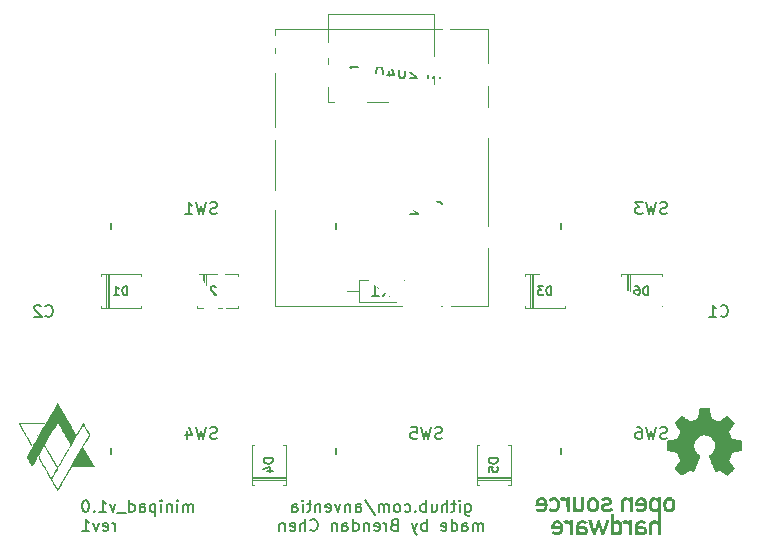
<source format=gbo>
%TF.GenerationSoftware,KiCad,Pcbnew,(6.0.2)*%
%TF.CreationDate,2022-08-23T14:49:27-07:00*%
%TF.ProjectId,minipad,6d696e69-7061-4642-9e6b-696361645f70,rev?*%
%TF.SameCoordinates,Original*%
%TF.FileFunction,Legend,Bot*%
%TF.FilePolarity,Positive*%
%FSLAX46Y46*%
G04 Gerber Fmt 4.6, Leading zero omitted, Abs format (unit mm)*
G04 Created by KiCad (PCBNEW (6.0.2)) date 2022-08-23 14:49:27*
%MOMM*%
%LPD*%
G01*
G04 APERTURE LIST*
G04 Aperture macros list*
%AMOutline5P*
0 Free polygon, 5 corners , with rotation*
0 The origin of the aperture is its center*
0 number of corners: always 5*
0 $1 to $10 corner X, Y*
0 $11 Rotation angle, in degrees counterclockwise*
0 create outline with 5 corners*
4,1,5,$1,$2,$3,$4,$5,$6,$7,$8,$9,$10,$1,$2,$11*%
%AMOutline6P*
0 Free polygon, 6 corners , with rotation*
0 The origin of the aperture is its center*
0 number of corners: always 6*
0 $1 to $12 corner X, Y*
0 $13 Rotation angle, in degrees counterclockwise*
0 create outline with 6 corners*
4,1,6,$1,$2,$3,$4,$5,$6,$7,$8,$9,$10,$11,$12,$1,$2,$13*%
%AMOutline7P*
0 Free polygon, 7 corners , with rotation*
0 The origin of the aperture is its center*
0 number of corners: always 7*
0 $1 to $14 corner X, Y*
0 $15 Rotation angle, in degrees counterclockwise*
0 create outline with 7 corners*
4,1,7,$1,$2,$3,$4,$5,$6,$7,$8,$9,$10,$11,$12,$13,$14,$1,$2,$15*%
%AMOutline8P*
0 Free polygon, 8 corners , with rotation*
0 The origin of the aperture is its center*
0 number of corners: always 8*
0 $1 to $16 corner X, Y*
0 $17 Rotation angle, in degrees counterclockwise*
0 create outline with 8 corners*
4,1,8,$1,$2,$3,$4,$5,$6,$7,$8,$9,$10,$11,$12,$13,$14,$15,$16,$1,$2,$17*%
%AMFreePoly0*
4,1,59,1.190063,1.245106,1.205902,1.245106,1.218716,1.235796,1.233779,1.230902,1.243089,1.218089,1.255902,1.208779,1.260796,1.193716,1.270106,1.180902,1.270106,1.165063,1.275000,1.150000,1.275000,-1.150000,1.270106,-1.165063,1.270106,-1.180902,1.260796,-1.193716,1.255902,-1.208779,1.243089,-1.218089,1.233779,-1.230902,1.218716,-1.235796,1.205902,-1.245106,1.190063,-1.245106,
1.175000,-1.250000,0.001414,-1.250000,-0.023259,-1.254448,-0.078911,-1.227567,-0.108134,-1.173109,-0.099766,-1.111875,-0.092784,-1.104590,-0.011622,-0.902915,0.044080,-0.682843,0.069722,-0.457284,0.064839,-0.230324,0.029519,-0.006077,-0.035597,0.211396,-0.129330,0.418153,-0.249981,0.610449,-0.395365,0.784799,-0.562847,0.938044,-0.741490,1.061927,-0.751326,1.064177,-0.754372,1.067666,
-0.758779,1.069098,-0.774445,1.090661,-0.791970,1.110736,-0.792383,1.115351,-0.795106,1.119098,-0.795106,1.145746,-0.797484,1.172293,-0.795106,1.176269,-0.795106,1.180902,-0.779439,1.202466,-0.765762,1.225335,-0.761502,1.227154,-0.758779,1.230902,-0.733435,1.239137,-0.708922,1.249602,-0.704405,1.248569,-0.700000,1.250000,1.175000,1.250000,1.190063,1.245106,1.190063,1.245106,
$1*%
G04 Aperture macros list end*
%ADD10C,0.150000*%
%ADD11C,0.120000*%
%ADD12C,3.000000*%
%ADD13C,5.100000*%
%ADD14C,1.750000*%
%ADD15R,2.550000X2.550000*%
%ADD16FreePoly0,0.000000*%
%ADD17R,2.550000X2.500000*%
%ADD18R,1.700000X0.820000*%
%ADD19Outline5P,-0.850000X0.246000X-0.686000X0.410000X0.850000X0.410000X0.850000X-0.410000X-0.850000X-0.410000X0.000000*%
%ADD20C,3.200000*%
%ADD21R,2.000000X2.000000*%
%ADD22O,2.000000X2.000000*%
%ADD23C,1.524000*%
%ADD24C,1.400000*%
%ADD25O,1.400000X1.400000*%
G04 APERTURE END LIST*
D10*
X232147361Y-159119911D02*
X232147361Y-159929435D01*
X232194980Y-160024673D01*
X232242599Y-160072292D01*
X232337837Y-160119911D01*
X232480694Y-160119911D01*
X232575933Y-160072292D01*
X232147361Y-159738958D02*
X232242599Y-159786577D01*
X232433075Y-159786577D01*
X232528314Y-159738958D01*
X232575933Y-159691339D01*
X232623552Y-159596101D01*
X232623552Y-159310387D01*
X232575933Y-159215149D01*
X232528314Y-159167530D01*
X232433075Y-159119911D01*
X232242599Y-159119911D01*
X232147361Y-159167530D01*
X231671171Y-159786577D02*
X231671171Y-159119911D01*
X231671171Y-158786577D02*
X231718790Y-158834197D01*
X231671171Y-158881816D01*
X231623552Y-158834197D01*
X231671171Y-158786577D01*
X231671171Y-158881816D01*
X231337837Y-159119911D02*
X230956885Y-159119911D01*
X231194980Y-158786577D02*
X231194980Y-159643720D01*
X231147361Y-159738958D01*
X231052123Y-159786577D01*
X230956885Y-159786577D01*
X230623552Y-159786577D02*
X230623552Y-158786577D01*
X230194980Y-159786577D02*
X230194980Y-159262768D01*
X230242599Y-159167530D01*
X230337837Y-159119911D01*
X230480694Y-159119911D01*
X230575933Y-159167530D01*
X230623552Y-159215149D01*
X229290218Y-159119911D02*
X229290218Y-159786577D01*
X229718790Y-159119911D02*
X229718790Y-159643720D01*
X229671171Y-159738958D01*
X229575933Y-159786577D01*
X229433075Y-159786577D01*
X229337837Y-159738958D01*
X229290218Y-159691339D01*
X228814028Y-159786577D02*
X228814028Y-158786577D01*
X228814028Y-159167530D02*
X228718790Y-159119911D01*
X228528314Y-159119911D01*
X228433075Y-159167530D01*
X228385456Y-159215149D01*
X228337837Y-159310387D01*
X228337837Y-159596101D01*
X228385456Y-159691339D01*
X228433075Y-159738958D01*
X228528314Y-159786577D01*
X228718790Y-159786577D01*
X228814028Y-159738958D01*
X227909266Y-159691339D02*
X227861647Y-159738958D01*
X227909266Y-159786577D01*
X227956885Y-159738958D01*
X227909266Y-159691339D01*
X227909266Y-159786577D01*
X227004504Y-159738958D02*
X227099742Y-159786577D01*
X227290218Y-159786577D01*
X227385456Y-159738958D01*
X227433075Y-159691339D01*
X227480694Y-159596101D01*
X227480694Y-159310387D01*
X227433075Y-159215149D01*
X227385456Y-159167530D01*
X227290218Y-159119911D01*
X227099742Y-159119911D01*
X227004504Y-159167530D01*
X226433075Y-159786577D02*
X226528314Y-159738958D01*
X226575933Y-159691339D01*
X226623552Y-159596101D01*
X226623552Y-159310387D01*
X226575933Y-159215149D01*
X226528314Y-159167530D01*
X226433075Y-159119911D01*
X226290218Y-159119911D01*
X226194980Y-159167530D01*
X226147361Y-159215149D01*
X226099742Y-159310387D01*
X226099742Y-159596101D01*
X226147361Y-159691339D01*
X226194980Y-159738958D01*
X226290218Y-159786577D01*
X226433075Y-159786577D01*
X225671171Y-159786577D02*
X225671171Y-159119911D01*
X225671171Y-159215149D02*
X225623552Y-159167530D01*
X225528314Y-159119911D01*
X225385456Y-159119911D01*
X225290218Y-159167530D01*
X225242599Y-159262768D01*
X225242599Y-159786577D01*
X225242599Y-159262768D02*
X225194980Y-159167530D01*
X225099742Y-159119911D01*
X224956885Y-159119911D01*
X224861647Y-159167530D01*
X224814028Y-159262768D01*
X224814028Y-159786577D01*
X223623552Y-158738958D02*
X224480694Y-160024673D01*
X222861647Y-159786577D02*
X222861647Y-159262768D01*
X222909266Y-159167530D01*
X223004504Y-159119911D01*
X223194980Y-159119911D01*
X223290218Y-159167530D01*
X222861647Y-159738958D02*
X222956885Y-159786577D01*
X223194980Y-159786577D01*
X223290218Y-159738958D01*
X223337837Y-159643720D01*
X223337837Y-159548482D01*
X223290218Y-159453244D01*
X223194980Y-159405625D01*
X222956885Y-159405625D01*
X222861647Y-159358006D01*
X222385456Y-159119911D02*
X222385456Y-159786577D01*
X222385456Y-159215149D02*
X222337837Y-159167530D01*
X222242599Y-159119911D01*
X222099742Y-159119911D01*
X222004504Y-159167530D01*
X221956885Y-159262768D01*
X221956885Y-159786577D01*
X221575933Y-159119911D02*
X221337837Y-159786577D01*
X221099742Y-159119911D01*
X220337837Y-159738958D02*
X220433075Y-159786577D01*
X220623552Y-159786577D01*
X220718790Y-159738958D01*
X220766409Y-159643720D01*
X220766409Y-159262768D01*
X220718790Y-159167530D01*
X220623552Y-159119911D01*
X220433075Y-159119911D01*
X220337837Y-159167530D01*
X220290218Y-159262768D01*
X220290218Y-159358006D01*
X220766409Y-159453244D01*
X219861647Y-159119911D02*
X219861647Y-159786577D01*
X219861647Y-159215149D02*
X219814028Y-159167530D01*
X219718790Y-159119911D01*
X219575933Y-159119911D01*
X219480694Y-159167530D01*
X219433075Y-159262768D01*
X219433075Y-159786577D01*
X219099742Y-159119911D02*
X218718790Y-159119911D01*
X218956885Y-158786577D02*
X218956885Y-159643720D01*
X218909266Y-159738958D01*
X218814028Y-159786577D01*
X218718790Y-159786577D01*
X218385456Y-159786577D02*
X218385456Y-159119911D01*
X218385456Y-158786577D02*
X218433075Y-158834197D01*
X218385456Y-158881816D01*
X218337837Y-158834197D01*
X218385456Y-158786577D01*
X218385456Y-158881816D01*
X217480694Y-159786577D02*
X217480694Y-159262768D01*
X217528314Y-159167530D01*
X217623552Y-159119911D01*
X217814028Y-159119911D01*
X217909266Y-159167530D01*
X217480694Y-159738958D02*
X217575933Y-159786577D01*
X217814028Y-159786577D01*
X217909266Y-159738958D01*
X217956885Y-159643720D01*
X217956885Y-159548482D01*
X217909266Y-159453244D01*
X217814028Y-159405625D01*
X217575933Y-159405625D01*
X217480694Y-159358006D01*
X233647361Y-161396577D02*
X233647361Y-160729911D01*
X233647361Y-160825149D02*
X233599742Y-160777530D01*
X233504504Y-160729911D01*
X233361647Y-160729911D01*
X233266409Y-160777530D01*
X233218790Y-160872768D01*
X233218790Y-161396577D01*
X233218790Y-160872768D02*
X233171171Y-160777530D01*
X233075933Y-160729911D01*
X232933075Y-160729911D01*
X232837837Y-160777530D01*
X232790218Y-160872768D01*
X232790218Y-161396577D01*
X231885456Y-161396577D02*
X231885456Y-160872768D01*
X231933075Y-160777530D01*
X232028314Y-160729911D01*
X232218790Y-160729911D01*
X232314028Y-160777530D01*
X231885456Y-161348958D02*
X231980694Y-161396577D01*
X232218790Y-161396577D01*
X232314028Y-161348958D01*
X232361647Y-161253720D01*
X232361647Y-161158482D01*
X232314028Y-161063244D01*
X232218790Y-161015625D01*
X231980694Y-161015625D01*
X231885456Y-160968006D01*
X230980694Y-161396577D02*
X230980694Y-160396577D01*
X230980694Y-161348958D02*
X231075933Y-161396577D01*
X231266409Y-161396577D01*
X231361647Y-161348958D01*
X231409266Y-161301339D01*
X231456885Y-161206101D01*
X231456885Y-160920387D01*
X231409266Y-160825149D01*
X231361647Y-160777530D01*
X231266409Y-160729911D01*
X231075933Y-160729911D01*
X230980694Y-160777530D01*
X230123552Y-161348958D02*
X230218790Y-161396577D01*
X230409266Y-161396577D01*
X230504504Y-161348958D01*
X230552123Y-161253720D01*
X230552123Y-160872768D01*
X230504504Y-160777530D01*
X230409266Y-160729911D01*
X230218790Y-160729911D01*
X230123552Y-160777530D01*
X230075933Y-160872768D01*
X230075933Y-160968006D01*
X230552123Y-161063244D01*
X228885456Y-161396577D02*
X228885456Y-160396577D01*
X228885456Y-160777530D02*
X228790218Y-160729911D01*
X228599742Y-160729911D01*
X228504504Y-160777530D01*
X228456885Y-160825149D01*
X228409266Y-160920387D01*
X228409266Y-161206101D01*
X228456885Y-161301339D01*
X228504504Y-161348958D01*
X228599742Y-161396577D01*
X228790218Y-161396577D01*
X228885456Y-161348958D01*
X228075933Y-160729911D02*
X227837837Y-161396577D01*
X227599742Y-160729911D02*
X227837837Y-161396577D01*
X227933075Y-161634673D01*
X227980694Y-161682292D01*
X228075933Y-161729911D01*
X226123552Y-160872768D02*
X225980694Y-160920387D01*
X225933075Y-160968006D01*
X225885456Y-161063244D01*
X225885456Y-161206101D01*
X225933075Y-161301339D01*
X225980694Y-161348958D01*
X226075933Y-161396577D01*
X226456885Y-161396577D01*
X226456885Y-160396577D01*
X226123552Y-160396577D01*
X226028314Y-160444197D01*
X225980694Y-160491816D01*
X225933075Y-160587054D01*
X225933075Y-160682292D01*
X225980694Y-160777530D01*
X226028314Y-160825149D01*
X226123552Y-160872768D01*
X226456885Y-160872768D01*
X225456885Y-161396577D02*
X225456885Y-160729911D01*
X225456885Y-160920387D02*
X225409266Y-160825149D01*
X225361647Y-160777530D01*
X225266409Y-160729911D01*
X225171171Y-160729911D01*
X224456885Y-161348958D02*
X224552123Y-161396577D01*
X224742599Y-161396577D01*
X224837837Y-161348958D01*
X224885456Y-161253720D01*
X224885456Y-160872768D01*
X224837837Y-160777530D01*
X224742599Y-160729911D01*
X224552123Y-160729911D01*
X224456885Y-160777530D01*
X224409266Y-160872768D01*
X224409266Y-160968006D01*
X224885456Y-161063244D01*
X223980694Y-160729911D02*
X223980694Y-161396577D01*
X223980694Y-160825149D02*
X223933075Y-160777530D01*
X223837837Y-160729911D01*
X223694980Y-160729911D01*
X223599742Y-160777530D01*
X223552123Y-160872768D01*
X223552123Y-161396577D01*
X222647361Y-161396577D02*
X222647361Y-160396577D01*
X222647361Y-161348958D02*
X222742599Y-161396577D01*
X222933075Y-161396577D01*
X223028314Y-161348958D01*
X223075933Y-161301339D01*
X223123552Y-161206101D01*
X223123552Y-160920387D01*
X223075933Y-160825149D01*
X223028314Y-160777530D01*
X222933075Y-160729911D01*
X222742599Y-160729911D01*
X222647361Y-160777530D01*
X221742599Y-161396577D02*
X221742599Y-160872768D01*
X221790218Y-160777530D01*
X221885456Y-160729911D01*
X222075933Y-160729911D01*
X222171171Y-160777530D01*
X221742599Y-161348958D02*
X221837837Y-161396577D01*
X222075933Y-161396577D01*
X222171171Y-161348958D01*
X222218790Y-161253720D01*
X222218790Y-161158482D01*
X222171171Y-161063244D01*
X222075933Y-161015625D01*
X221837837Y-161015625D01*
X221742599Y-160968006D01*
X221266409Y-160729911D02*
X221266409Y-161396577D01*
X221266409Y-160825149D02*
X221218790Y-160777530D01*
X221123552Y-160729911D01*
X220980694Y-160729911D01*
X220885456Y-160777530D01*
X220837837Y-160872768D01*
X220837837Y-161396577D01*
X219028314Y-161301339D02*
X219075933Y-161348958D01*
X219218790Y-161396577D01*
X219314028Y-161396577D01*
X219456885Y-161348958D01*
X219552123Y-161253720D01*
X219599742Y-161158482D01*
X219647361Y-160968006D01*
X219647361Y-160825149D01*
X219599742Y-160634673D01*
X219552123Y-160539435D01*
X219456885Y-160444197D01*
X219314028Y-160396577D01*
X219218790Y-160396577D01*
X219075933Y-160444197D01*
X219028314Y-160491816D01*
X218599742Y-161396577D02*
X218599742Y-160396577D01*
X218171171Y-161396577D02*
X218171171Y-160872768D01*
X218218790Y-160777530D01*
X218314028Y-160729911D01*
X218456885Y-160729911D01*
X218552123Y-160777530D01*
X218599742Y-160825149D01*
X217314028Y-161348958D02*
X217409266Y-161396577D01*
X217599742Y-161396577D01*
X217694980Y-161348958D01*
X217742599Y-161253720D01*
X217742599Y-160872768D01*
X217694980Y-160777530D01*
X217599742Y-160729911D01*
X217409266Y-160729911D01*
X217314028Y-160777530D01*
X217266409Y-160872768D01*
X217266409Y-160968006D01*
X217742599Y-161063244D01*
X216837837Y-160729911D02*
X216837837Y-161396577D01*
X216837837Y-160825149D02*
X216790218Y-160777530D01*
X216694980Y-160729911D01*
X216552123Y-160729911D01*
X216456885Y-160777530D01*
X216409266Y-160872768D01*
X216409266Y-161396577D01*
X209098783Y-159786577D02*
X209098783Y-159119911D01*
X209098783Y-159215149D02*
X209051164Y-159167530D01*
X208955926Y-159119911D01*
X208813069Y-159119911D01*
X208717831Y-159167530D01*
X208670212Y-159262768D01*
X208670212Y-159786577D01*
X208670212Y-159262768D02*
X208622593Y-159167530D01*
X208527355Y-159119911D01*
X208384497Y-159119911D01*
X208289259Y-159167530D01*
X208241640Y-159262768D01*
X208241640Y-159786577D01*
X207765450Y-159786577D02*
X207765450Y-159119911D01*
X207765450Y-158786577D02*
X207813069Y-158834197D01*
X207765450Y-158881816D01*
X207717831Y-158834197D01*
X207765450Y-158786577D01*
X207765450Y-158881816D01*
X207289259Y-159119911D02*
X207289259Y-159786577D01*
X207289259Y-159215149D02*
X207241640Y-159167530D01*
X207146402Y-159119911D01*
X207003545Y-159119911D01*
X206908307Y-159167530D01*
X206860688Y-159262768D01*
X206860688Y-159786577D01*
X206384497Y-159786577D02*
X206384497Y-159119911D01*
X206384497Y-158786577D02*
X206432116Y-158834197D01*
X206384497Y-158881816D01*
X206336878Y-158834197D01*
X206384497Y-158786577D01*
X206384497Y-158881816D01*
X205908307Y-159119911D02*
X205908307Y-160119911D01*
X205908307Y-159167530D02*
X205813069Y-159119911D01*
X205622593Y-159119911D01*
X205527355Y-159167530D01*
X205479735Y-159215149D01*
X205432116Y-159310387D01*
X205432116Y-159596101D01*
X205479735Y-159691339D01*
X205527355Y-159738958D01*
X205622593Y-159786577D01*
X205813069Y-159786577D01*
X205908307Y-159738958D01*
X204574974Y-159786577D02*
X204574974Y-159262768D01*
X204622593Y-159167530D01*
X204717831Y-159119911D01*
X204908307Y-159119911D01*
X205003545Y-159167530D01*
X204574974Y-159738958D02*
X204670212Y-159786577D01*
X204908307Y-159786577D01*
X205003545Y-159738958D01*
X205051164Y-159643720D01*
X205051164Y-159548482D01*
X205003545Y-159453244D01*
X204908307Y-159405625D01*
X204670212Y-159405625D01*
X204574974Y-159358006D01*
X203670212Y-159786577D02*
X203670212Y-158786577D01*
X203670212Y-159738958D02*
X203765450Y-159786577D01*
X203955926Y-159786577D01*
X204051164Y-159738958D01*
X204098783Y-159691339D01*
X204146402Y-159596101D01*
X204146402Y-159310387D01*
X204098783Y-159215149D01*
X204051164Y-159167530D01*
X203955926Y-159119911D01*
X203765450Y-159119911D01*
X203670212Y-159167530D01*
X203432116Y-159881816D02*
X202670212Y-159881816D01*
X202527355Y-159119911D02*
X202289259Y-159786577D01*
X202051164Y-159119911D01*
X201146402Y-159786577D02*
X201717831Y-159786577D01*
X201432116Y-159786577D02*
X201432116Y-158786577D01*
X201527355Y-158929435D01*
X201622593Y-159024673D01*
X201717831Y-159072292D01*
X200717831Y-159691339D02*
X200670212Y-159738958D01*
X200717831Y-159786577D01*
X200765450Y-159738958D01*
X200717831Y-159691339D01*
X200717831Y-159786577D01*
X200051164Y-158786577D02*
X199955926Y-158786577D01*
X199860688Y-158834197D01*
X199813069Y-158881816D01*
X199765450Y-158977054D01*
X199717831Y-159167530D01*
X199717831Y-159405625D01*
X199765450Y-159596101D01*
X199813069Y-159691339D01*
X199860688Y-159738958D01*
X199955926Y-159786577D01*
X200051164Y-159786577D01*
X200146402Y-159738958D01*
X200194021Y-159691339D01*
X200241640Y-159596101D01*
X200289259Y-159405625D01*
X200289259Y-159167530D01*
X200241640Y-158977054D01*
X200194021Y-158881816D01*
X200146402Y-158834197D01*
X200051164Y-158786577D01*
X202479735Y-161396577D02*
X202479735Y-160729911D01*
X202479735Y-160920387D02*
X202432116Y-160825149D01*
X202384497Y-160777530D01*
X202289259Y-160729911D01*
X202194021Y-160729911D01*
X201479735Y-161348958D02*
X201574974Y-161396577D01*
X201765450Y-161396577D01*
X201860688Y-161348958D01*
X201908307Y-161253720D01*
X201908307Y-160872768D01*
X201860688Y-160777530D01*
X201765450Y-160729911D01*
X201574974Y-160729911D01*
X201479735Y-160777530D01*
X201432116Y-160872768D01*
X201432116Y-160968006D01*
X201908307Y-161063244D01*
X201098783Y-160729911D02*
X200860688Y-161396577D01*
X200622593Y-160729911D01*
X199717831Y-161396577D02*
X200289259Y-161396577D01*
X200003545Y-161396577D02*
X200003545Y-160396577D01*
X200098783Y-160539435D01*
X200194021Y-160634673D01*
X200289259Y-160682292D01*
%TO.C,SW4*%
X211121631Y-153558950D02*
X210978774Y-153606569D01*
X210740678Y-153606569D01*
X210645440Y-153558950D01*
X210597821Y-153511331D01*
X210550202Y-153416093D01*
X210550202Y-153320855D01*
X210597821Y-153225617D01*
X210645440Y-153177998D01*
X210740678Y-153130379D01*
X210931155Y-153082760D01*
X211026393Y-153035141D01*
X211074012Y-152987522D01*
X211121631Y-152892284D01*
X211121631Y-152797046D01*
X211074012Y-152701808D01*
X211026393Y-152654189D01*
X210931155Y-152606569D01*
X210693059Y-152606569D01*
X210550202Y-152654189D01*
X210216869Y-152606569D02*
X209978774Y-153606569D01*
X209788298Y-152892284D01*
X209597821Y-153606569D01*
X209359726Y-152606569D01*
X208550202Y-152939903D02*
X208550202Y-153606569D01*
X208788298Y-152558950D02*
X209026393Y-153273236D01*
X208407345Y-153273236D01*
X202138298Y-154337522D02*
X202138298Y-154870855D01*
%TO.C,SW3*%
X249221663Y-134508934D02*
X249078806Y-134556553D01*
X248840710Y-134556553D01*
X248745472Y-134508934D01*
X248697853Y-134461315D01*
X248650234Y-134366077D01*
X248650234Y-134270839D01*
X248697853Y-134175601D01*
X248745472Y-134127982D01*
X248840710Y-134080363D01*
X249031187Y-134032744D01*
X249126425Y-133985125D01*
X249174044Y-133937506D01*
X249221663Y-133842268D01*
X249221663Y-133747030D01*
X249174044Y-133651792D01*
X249126425Y-133604173D01*
X249031187Y-133556553D01*
X248793091Y-133556553D01*
X248650234Y-133604173D01*
X248316901Y-133556553D02*
X248078806Y-134556553D01*
X247888330Y-133842268D01*
X247697853Y-134556553D01*
X247459758Y-133556553D01*
X247174044Y-133556553D02*
X246554996Y-133556553D01*
X246888330Y-133937506D01*
X246745472Y-133937506D01*
X246650234Y-133985125D01*
X246602615Y-134032744D01*
X246554996Y-134127982D01*
X246554996Y-134366077D01*
X246602615Y-134461315D01*
X246650234Y-134508934D01*
X246745472Y-134556553D01*
X247031187Y-134556553D01*
X247126425Y-134508934D01*
X247174044Y-134461315D01*
X240238330Y-135287506D02*
X240238330Y-135820839D01*
%TO.C,SW2*%
X230171647Y-134508934D02*
X230028790Y-134556553D01*
X229790694Y-134556553D01*
X229695456Y-134508934D01*
X229647837Y-134461315D01*
X229600218Y-134366077D01*
X229600218Y-134270839D01*
X229647837Y-134175601D01*
X229695456Y-134127982D01*
X229790694Y-134080363D01*
X229981171Y-134032744D01*
X230076409Y-133985125D01*
X230124028Y-133937506D01*
X230171647Y-133842268D01*
X230171647Y-133747030D01*
X230124028Y-133651792D01*
X230076409Y-133604173D01*
X229981171Y-133556553D01*
X229743075Y-133556553D01*
X229600218Y-133604173D01*
X229266885Y-133556553D02*
X229028790Y-134556553D01*
X228838314Y-133842268D01*
X228647837Y-134556553D01*
X228409742Y-133556553D01*
X228076409Y-133651792D02*
X228028790Y-133604173D01*
X227933552Y-133556553D01*
X227695456Y-133556553D01*
X227600218Y-133604173D01*
X227552599Y-133651792D01*
X227504980Y-133747030D01*
X227504980Y-133842268D01*
X227552599Y-133985125D01*
X228124028Y-134556553D01*
X227504980Y-134556553D01*
X221188314Y-135287506D02*
X221188314Y-135820839D01*
%TO.C,SW6*%
X249221663Y-153558950D02*
X249078806Y-153606569D01*
X248840710Y-153606569D01*
X248745472Y-153558950D01*
X248697853Y-153511331D01*
X248650234Y-153416093D01*
X248650234Y-153320855D01*
X248697853Y-153225617D01*
X248745472Y-153177998D01*
X248840710Y-153130379D01*
X249031187Y-153082760D01*
X249126425Y-153035141D01*
X249174044Y-152987522D01*
X249221663Y-152892284D01*
X249221663Y-152797046D01*
X249174044Y-152701808D01*
X249126425Y-152654189D01*
X249031187Y-152606569D01*
X248793091Y-152606569D01*
X248650234Y-152654189D01*
X248316901Y-152606569D02*
X248078806Y-153606569D01*
X247888330Y-152892284D01*
X247697853Y-153606569D01*
X247459758Y-152606569D01*
X246650234Y-152606569D02*
X246840710Y-152606569D01*
X246935949Y-152654189D01*
X246983568Y-152701808D01*
X247078806Y-152844665D01*
X247126425Y-153035141D01*
X247126425Y-153416093D01*
X247078806Y-153511331D01*
X247031187Y-153558950D01*
X246935949Y-153606569D01*
X246745472Y-153606569D01*
X246650234Y-153558950D01*
X246602615Y-153511331D01*
X246554996Y-153416093D01*
X246554996Y-153177998D01*
X246602615Y-153082760D01*
X246650234Y-153035141D01*
X246745472Y-152987522D01*
X246935949Y-152987522D01*
X247031187Y-153035141D01*
X247078806Y-153082760D01*
X247126425Y-153177998D01*
X240238330Y-154337522D02*
X240238330Y-154870855D01*
%TO.C,SW1*%
X211121631Y-134508934D02*
X210978774Y-134556553D01*
X210740678Y-134556553D01*
X210645440Y-134508934D01*
X210597821Y-134461315D01*
X210550202Y-134366077D01*
X210550202Y-134270839D01*
X210597821Y-134175601D01*
X210645440Y-134127982D01*
X210740678Y-134080363D01*
X210931155Y-134032744D01*
X211026393Y-133985125D01*
X211074012Y-133937506D01*
X211121631Y-133842268D01*
X211121631Y-133747030D01*
X211074012Y-133651792D01*
X211026393Y-133604173D01*
X210931155Y-133556553D01*
X210693059Y-133556553D01*
X210550202Y-133604173D01*
X210216869Y-133556553D02*
X209978774Y-134556553D01*
X209788298Y-133842268D01*
X209597821Y-134556553D01*
X209359726Y-133556553D01*
X208454964Y-134556553D02*
X209026393Y-134556553D01*
X208740678Y-134556553D02*
X208740678Y-133556553D01*
X208835917Y-133699411D01*
X208931155Y-133794649D01*
X209026393Y-133842268D01*
X202138298Y-135287506D02*
X202138298Y-135820839D01*
%TO.C,SW5*%
X230171647Y-153558950D02*
X230028790Y-153606569D01*
X229790694Y-153606569D01*
X229695456Y-153558950D01*
X229647837Y-153511331D01*
X229600218Y-153416093D01*
X229600218Y-153320855D01*
X229647837Y-153225617D01*
X229695456Y-153177998D01*
X229790694Y-153130379D01*
X229981171Y-153082760D01*
X230076409Y-153035141D01*
X230124028Y-152987522D01*
X230171647Y-152892284D01*
X230171647Y-152797046D01*
X230124028Y-152701808D01*
X230076409Y-152654189D01*
X229981171Y-152606569D01*
X229743075Y-152606569D01*
X229600218Y-152654189D01*
X229266885Y-152606569D02*
X229028790Y-153606569D01*
X228838314Y-152892284D01*
X228647837Y-153606569D01*
X228409742Y-152606569D01*
X227552599Y-152606569D02*
X228028790Y-152606569D01*
X228076409Y-153082760D01*
X228028790Y-153035141D01*
X227933552Y-152987522D01*
X227695456Y-152987522D01*
X227600218Y-153035141D01*
X227552599Y-153082760D01*
X227504980Y-153177998D01*
X227504980Y-153416093D01*
X227552599Y-153511331D01*
X227600218Y-153558950D01*
X227695456Y-153606569D01*
X227933552Y-153606569D01*
X228028790Y-153558950D01*
X228076409Y-153511331D01*
X221188314Y-154337522D02*
X221188314Y-154870855D01*
%TO.C,D4*%
X215842591Y-155259686D02*
X215092591Y-155259686D01*
X215092591Y-155438258D01*
X215128306Y-155545400D01*
X215199734Y-155616829D01*
X215271163Y-155652543D01*
X215414020Y-155688258D01*
X215521163Y-155688258D01*
X215664020Y-155652543D01*
X215735448Y-155616829D01*
X215806877Y-155545400D01*
X215842591Y-155438258D01*
X215842591Y-155259686D01*
X215342591Y-156331115D02*
X215842591Y-156331115D01*
X215056877Y-156152543D02*
X215592591Y-155973972D01*
X215592591Y-156438258D01*
%TO.C,D5*%
X234892607Y-155259686D02*
X234142607Y-155259686D01*
X234142607Y-155438258D01*
X234178322Y-155545400D01*
X234249750Y-155616829D01*
X234321179Y-155652543D01*
X234464036Y-155688258D01*
X234571179Y-155688258D01*
X234714036Y-155652543D01*
X234785464Y-155616829D01*
X234856893Y-155545400D01*
X234892607Y-155438258D01*
X234892607Y-155259686D01*
X234142607Y-156366829D02*
X234142607Y-156009686D01*
X234499750Y-155973972D01*
X234464036Y-156009686D01*
X234428322Y-156081115D01*
X234428322Y-156259686D01*
X234464036Y-156331115D01*
X234499750Y-156366829D01*
X234571179Y-156402543D01*
X234749750Y-156402543D01*
X234821179Y-156366829D01*
X234856893Y-156331115D01*
X234892607Y-156259686D01*
X234892607Y-156081115D01*
X234856893Y-156009686D01*
X234821179Y-155973972D01*
%TO.C,C2*%
X196601005Y-143180056D02*
X196648624Y-143227675D01*
X196791481Y-143275294D01*
X196886719Y-143275294D01*
X197029577Y-143227675D01*
X197124815Y-143132437D01*
X197172434Y-143037199D01*
X197220053Y-142846723D01*
X197220053Y-142703866D01*
X197172434Y-142513390D01*
X197124815Y-142418152D01*
X197029577Y-142322914D01*
X196886719Y-142275294D01*
X196791481Y-142275294D01*
X196648624Y-142322914D01*
X196601005Y-142370533D01*
X196220053Y-142370533D02*
X196172434Y-142322914D01*
X196077196Y-142275294D01*
X195839100Y-142275294D01*
X195743862Y-142322914D01*
X195696243Y-142370533D01*
X195648624Y-142465771D01*
X195648624Y-142561009D01*
X195696243Y-142703866D01*
X196267672Y-143275294D01*
X195648624Y-143275294D01*
%TO.C,D3*%
X239427041Y-141428465D02*
X239427041Y-140678465D01*
X239248470Y-140678465D01*
X239141327Y-140714180D01*
X239069898Y-140785608D01*
X239034184Y-140857037D01*
X238998470Y-140999894D01*
X238998470Y-141107037D01*
X239034184Y-141249894D01*
X239069898Y-141321322D01*
X239141327Y-141392751D01*
X239248470Y-141428465D01*
X239427041Y-141428465D01*
X238748470Y-140678465D02*
X238284184Y-140678465D01*
X238534184Y-140964180D01*
X238427041Y-140964180D01*
X238355612Y-140999894D01*
X238319898Y-141035608D01*
X238284184Y-141107037D01*
X238284184Y-141285608D01*
X238319898Y-141357037D01*
X238355612Y-141392751D01*
X238427041Y-141428465D01*
X238641327Y-141428465D01*
X238712755Y-141392751D01*
X238748470Y-141357037D01*
%TO.C,D1*%
X203535342Y-141428465D02*
X203535342Y-140678465D01*
X203356771Y-140678465D01*
X203249628Y-140714180D01*
X203178199Y-140785608D01*
X203142485Y-140857037D01*
X203106771Y-140999894D01*
X203106771Y-141107037D01*
X203142485Y-141249894D01*
X203178199Y-141321322D01*
X203249628Y-141392751D01*
X203356771Y-141428465D01*
X203535342Y-141428465D01*
X202392485Y-141428465D02*
X202821056Y-141428465D01*
X202606771Y-141428465D02*
X202606771Y-140678465D01*
X202678199Y-140785608D01*
X202749628Y-140857037D01*
X202821056Y-140892751D01*
%TO.C,D6*%
X247608466Y-141428466D02*
X247608466Y-140678466D01*
X247429895Y-140678466D01*
X247322752Y-140714181D01*
X247251323Y-140785609D01*
X247215609Y-140857038D01*
X247179895Y-140999895D01*
X247179895Y-141107038D01*
X247215609Y-141249895D01*
X247251323Y-141321323D01*
X247322752Y-141392752D01*
X247429895Y-141428466D01*
X247608466Y-141428466D01*
X246537037Y-140678466D02*
X246679895Y-140678466D01*
X246751323Y-140714181D01*
X246787037Y-140749895D01*
X246858466Y-140857038D01*
X246894180Y-140999895D01*
X246894180Y-141285609D01*
X246858466Y-141357038D01*
X246822752Y-141392752D01*
X246751323Y-141428466D01*
X246608466Y-141428466D01*
X246537037Y-141392752D01*
X246501323Y-141357038D01*
X246465609Y-141285609D01*
X246465609Y-141107038D01*
X246501323Y-141035609D01*
X246537037Y-140999895D01*
X246608466Y-140964181D01*
X246751323Y-140964181D01*
X246822752Y-140999895D01*
X246858466Y-141035609D01*
X246894180Y-141107038D01*
%TO.C,R1*%
X225194980Y-141541561D02*
X225528314Y-141065371D01*
X225766409Y-141541561D02*
X225766409Y-140541561D01*
X225385456Y-140541561D01*
X225290218Y-140589181D01*
X225242599Y-140636800D01*
X225194980Y-140732038D01*
X225194980Y-140874895D01*
X225242599Y-140970133D01*
X225290218Y-141017752D01*
X225385456Y-141065371D01*
X225766409Y-141065371D01*
X224242599Y-141541561D02*
X224814028Y-141541561D01*
X224528314Y-141541561D02*
X224528314Y-140541561D01*
X224623552Y-140684419D01*
X224718790Y-140779657D01*
X224814028Y-140827276D01*
%TO.C,D2*%
X211724799Y-141428465D02*
X211724799Y-140678465D01*
X211546228Y-140678465D01*
X211439085Y-140714180D01*
X211367656Y-140785608D01*
X211331942Y-140857037D01*
X211296228Y-140999894D01*
X211296228Y-141107037D01*
X211331942Y-141249894D01*
X211367656Y-141321322D01*
X211439085Y-141392751D01*
X211546228Y-141428465D01*
X211724799Y-141428465D01*
X211010513Y-140749894D02*
X210974799Y-140714180D01*
X210903370Y-140678465D01*
X210724799Y-140678465D01*
X210653370Y-140714180D01*
X210617656Y-140749894D01*
X210581942Y-140821322D01*
X210581942Y-140892751D01*
X210617656Y-140999894D01*
X211046228Y-141428465D01*
X210581942Y-141428465D01*
%TO.C,U1*%
X225790218Y-130066545D02*
X225790218Y-130876069D01*
X225742599Y-130971307D01*
X225694980Y-131018926D01*
X225599742Y-131066545D01*
X225409266Y-131066545D01*
X225314028Y-131018926D01*
X225266409Y-130971307D01*
X225218790Y-130876069D01*
X225218790Y-130066545D01*
X224218790Y-131066545D02*
X224790218Y-131066545D01*
X224504504Y-131066545D02*
X224504504Y-130066545D01*
X224599742Y-130209403D01*
X224694980Y-130304641D01*
X224790218Y-130352260D01*
X229409266Y-123086858D02*
X229742599Y-122610668D01*
X229980694Y-123086858D02*
X229980694Y-122086858D01*
X229599742Y-122086858D01*
X229504504Y-122134478D01*
X229456885Y-122182097D01*
X229409266Y-122277335D01*
X229409266Y-122420192D01*
X229456885Y-122515430D01*
X229504504Y-122563049D01*
X229599742Y-122610668D01*
X229980694Y-122610668D01*
X228980694Y-123086858D02*
X228980694Y-122086858D01*
X228599742Y-122086858D01*
X228504504Y-122134478D01*
X228456885Y-122182097D01*
X228409266Y-122277335D01*
X228409266Y-122420192D01*
X228456885Y-122515430D01*
X228504504Y-122563049D01*
X228599742Y-122610668D01*
X228980694Y-122610668D01*
X228028314Y-122182097D02*
X227980694Y-122134478D01*
X227885456Y-122086858D01*
X227647361Y-122086858D01*
X227552123Y-122134478D01*
X227504504Y-122182097D01*
X227456885Y-122277335D01*
X227456885Y-122372573D01*
X227504504Y-122515430D01*
X228075933Y-123086858D01*
X227456885Y-123086858D01*
X226837837Y-122086858D02*
X226742599Y-122086858D01*
X226647361Y-122134478D01*
X226599742Y-122182097D01*
X226552123Y-122277335D01*
X226504504Y-122467811D01*
X226504504Y-122705906D01*
X226552123Y-122896382D01*
X226599742Y-122991620D01*
X226647361Y-123039239D01*
X226742599Y-123086858D01*
X226837837Y-123086858D01*
X226933075Y-123039239D01*
X226980694Y-122991620D01*
X227028314Y-122896382D01*
X227075933Y-122705906D01*
X227075933Y-122467811D01*
X227028314Y-122277335D01*
X226980694Y-122182097D01*
X226933075Y-122134478D01*
X226837837Y-122086858D01*
X225647361Y-122420192D02*
X225647361Y-123086858D01*
X225885456Y-122039239D02*
X226123552Y-122753525D01*
X225504504Y-122753525D01*
X224933075Y-122086858D02*
X224837837Y-122086858D01*
X224742599Y-122134478D01*
X224694980Y-122182097D01*
X224647361Y-122277335D01*
X224599742Y-122467811D01*
X224599742Y-122705906D01*
X224647361Y-122896382D01*
X224694980Y-122991620D01*
X224742599Y-123039239D01*
X224837837Y-123086858D01*
X224933075Y-123086858D01*
X225028314Y-123039239D01*
X225075933Y-122991620D01*
X225123552Y-122896382D01*
X225171171Y-122705906D01*
X225171171Y-122467811D01*
X225123552Y-122277335D01*
X225075933Y-122182097D01*
X225028314Y-122134478D01*
X224933075Y-122086858D01*
X224171171Y-122705906D02*
X223409266Y-122705906D01*
X223028314Y-122086858D02*
X222361647Y-122086858D01*
X223028314Y-123086858D01*
X222361647Y-123086858D01*
X221599742Y-123039239D02*
X221694980Y-123086858D01*
X221885456Y-123086858D01*
X221980694Y-123039239D01*
X222028314Y-122944001D01*
X222028314Y-122563049D01*
X221980694Y-122467811D01*
X221885456Y-122420192D01*
X221694980Y-122420192D01*
X221599742Y-122467811D01*
X221552123Y-122563049D01*
X221552123Y-122658287D01*
X222028314Y-122753525D01*
X221123552Y-123086858D02*
X221123552Y-122420192D01*
X221123552Y-122610668D02*
X221075933Y-122515430D01*
X221028314Y-122467811D01*
X220933075Y-122420192D01*
X220837837Y-122420192D01*
X220361647Y-123086858D02*
X220456885Y-123039239D01*
X220504504Y-122991620D01*
X220552123Y-122896382D01*
X220552123Y-122610668D01*
X220504504Y-122515430D01*
X220456885Y-122467811D01*
X220361647Y-122420192D01*
X220218790Y-122420192D01*
X220123552Y-122467811D01*
X220075933Y-122515430D01*
X220028314Y-122610668D01*
X220028314Y-122896382D01*
X220075933Y-122991620D01*
X220123552Y-123039239D01*
X220218790Y-123086858D01*
X220361647Y-123086858D01*
%TO.C,C1*%
X253770004Y-143166506D02*
X253817623Y-143214125D01*
X253960480Y-143261744D01*
X254055718Y-143261744D01*
X254198576Y-143214125D01*
X254293814Y-143118887D01*
X254341433Y-143023649D01*
X254389052Y-142833173D01*
X254389052Y-142690316D01*
X254341433Y-142499840D01*
X254293814Y-142404602D01*
X254198576Y-142309364D01*
X254055718Y-142261744D01*
X253960480Y-142261744D01*
X253817623Y-142309364D01*
X253770004Y-142356983D01*
X252817623Y-143261744D02*
X253389052Y-143261744D01*
X253103338Y-143261744D02*
X253103338Y-142261744D01*
X253198576Y-142404602D01*
X253293814Y-142499840D01*
X253389052Y-142547459D01*
D11*
%TO.C,D4*%
X216923306Y-156933258D02*
X214083306Y-156933258D01*
X214083306Y-154093258D02*
X214263306Y-154093258D01*
X216923306Y-154093258D02*
X216743306Y-154093258D01*
X216743306Y-157533258D02*
X216923306Y-157533258D01*
X214083306Y-157533258D02*
X214083306Y-154093258D01*
X216923306Y-157053258D02*
X214083306Y-157053258D01*
X216923306Y-157533258D02*
X216923306Y-154093258D01*
X216923306Y-156813258D02*
X214083306Y-156813258D01*
X214263306Y-157533258D02*
X214083306Y-157533258D01*
%TO.C,D5*%
X235793322Y-157533258D02*
X235973322Y-157533258D01*
X235973322Y-157533258D02*
X235973322Y-154093258D01*
X233133322Y-157533258D02*
X233133322Y-154093258D01*
X235973322Y-156933258D02*
X233133322Y-156933258D01*
X235973322Y-156813258D02*
X233133322Y-156813258D01*
X235973322Y-157053258D02*
X233133322Y-157053258D01*
X235973322Y-154093258D02*
X235793322Y-154093258D01*
X233133322Y-154093258D02*
X233313322Y-154093258D01*
X233313322Y-157533258D02*
X233133322Y-157533258D01*
%TO.C,D3*%
X237159261Y-142329181D02*
X237159261Y-142509181D01*
X237759261Y-142509181D02*
X237759261Y-139669181D01*
X237639261Y-142509181D02*
X237639261Y-139669181D01*
X240599261Y-142509181D02*
X240599261Y-142329181D01*
X237159261Y-139849181D02*
X237159261Y-139669181D01*
X237159261Y-142509181D02*
X240599261Y-142509181D01*
X237159261Y-139669181D02*
X240599261Y-139669181D01*
X237879261Y-142509181D02*
X237879261Y-139669181D01*
X240599261Y-139669181D02*
X240599261Y-139849181D01*
%TO.C,D1*%
X201761733Y-142509181D02*
X201761733Y-139669181D01*
X201281733Y-139849181D02*
X201281733Y-139669181D01*
X201281733Y-139669181D02*
X204721733Y-139669181D01*
X201281733Y-142329181D02*
X201281733Y-142509181D01*
X201881733Y-142509181D02*
X201881733Y-139669181D01*
X204721733Y-139669181D02*
X204721733Y-139849181D01*
X201281733Y-142509181D02*
X204721733Y-142509181D01*
X202001733Y-142509181D02*
X202001733Y-139669181D01*
X204721733Y-142509181D02*
X204721733Y-142329181D01*
%TO.C,D6*%
X245334895Y-142329181D02*
X245334895Y-142509181D01*
X248774895Y-139669181D02*
X248774895Y-139849181D01*
X246054895Y-142509181D02*
X246054895Y-139669181D01*
X245334895Y-139669181D02*
X248774895Y-139669181D01*
X245934895Y-142509181D02*
X245934895Y-139669181D01*
X245334895Y-142509181D02*
X248774895Y-142509181D01*
X245814895Y-142509181D02*
X245814895Y-139669181D01*
X245334895Y-139849181D02*
X245334895Y-139669181D01*
X248774895Y-142509181D02*
X248774895Y-142329181D01*
%TO.C,R1*%
X223108314Y-142009181D02*
X223108314Y-140169181D01*
X226948314Y-142009181D02*
X223108314Y-142009181D01*
X226948314Y-140169181D02*
X226948314Y-142009181D01*
X227898314Y-141089181D02*
X226948314Y-141089181D01*
X222158314Y-141089181D02*
X223108314Y-141089181D01*
X223108314Y-140169181D02*
X226948314Y-140169181D01*
%TO.C,D2*%
X210177367Y-142509181D02*
X210177367Y-139669181D01*
X210057367Y-142509181D02*
X210057367Y-139669181D01*
X209457367Y-142509181D02*
X212897367Y-142509181D01*
X209457367Y-139669181D02*
X212897367Y-139669181D01*
X212897367Y-142509181D02*
X212897367Y-142329181D01*
X212897367Y-139669181D02*
X212897367Y-139849181D01*
X209937367Y-142509181D02*
X209937367Y-139669181D01*
X209457367Y-142329181D02*
X209457367Y-142509181D01*
X209457367Y-139849181D02*
X209457367Y-139669181D01*
%TO.C,U1*%
X234028314Y-118864165D02*
X216028314Y-118864165D01*
X216028314Y-118864165D02*
X216028314Y-142364165D01*
X216028314Y-142364165D02*
X234028314Y-142364165D01*
X234028314Y-142364165D02*
X234028314Y-118864165D01*
X229528314Y-117614165D02*
X220528314Y-117614165D01*
X220528314Y-117614165D02*
X220528314Y-125114165D01*
X220528314Y-125114165D02*
X229528314Y-125114165D01*
X229528314Y-125114165D02*
X229528314Y-117614165D01*
%TO.C,G\u002A\u002A\u002A*%
G36*
X196008503Y-153178326D02*
G01*
X196007205Y-153180315D01*
X195997553Y-153189312D01*
X195992916Y-153185297D01*
X195993790Y-153183100D01*
X196004195Y-153174018D01*
X196009655Y-153171641D01*
X196008503Y-153178326D01*
G37*
G36*
X195914762Y-153341028D02*
G01*
X195909878Y-153345913D01*
X195904993Y-153341028D01*
X195909878Y-153336144D01*
X195914762Y-153341028D01*
G37*
G36*
X196100378Y-153018644D02*
G01*
X196095493Y-153023528D01*
X196090609Y-153018644D01*
X196095493Y-153013759D01*
X196100378Y-153018644D01*
G37*
G36*
X196194590Y-154923193D02*
G01*
X196188301Y-154938297D01*
X196180806Y-154950347D01*
X196172960Y-154957836D01*
X196172243Y-154953402D01*
X196178532Y-154938297D01*
X196186027Y-154926248D01*
X196193873Y-154918759D01*
X196194590Y-154923193D01*
G37*
G36*
X196393455Y-152510644D02*
G01*
X196388570Y-152515528D01*
X196383686Y-152510644D01*
X196388570Y-152505759D01*
X196393455Y-152510644D01*
G37*
G36*
X196233667Y-152783731D02*
G01*
X196227378Y-152798836D01*
X196219883Y-152810886D01*
X196212037Y-152818374D01*
X196211320Y-152813940D01*
X196217609Y-152798836D01*
X196225104Y-152786786D01*
X196232950Y-152779297D01*
X196233667Y-152783731D01*
G37*
G36*
X196419282Y-152461347D02*
G01*
X196412993Y-152476451D01*
X196405498Y-152488501D01*
X196397652Y-152495990D01*
X196396935Y-152491556D01*
X196403224Y-152476451D01*
X196410719Y-152464402D01*
X196418565Y-152456913D01*
X196419282Y-152461347D01*
G37*
G36*
X195807301Y-153526644D02*
G01*
X195802416Y-153531528D01*
X195797532Y-153526644D01*
X195802416Y-153521759D01*
X195807301Y-153526644D01*
G37*
G36*
X196100378Y-155089721D02*
G01*
X196095493Y-155094605D01*
X196090609Y-155089721D01*
X196095493Y-155084836D01*
X196100378Y-155089721D01*
G37*
G36*
X196155042Y-152924326D02*
G01*
X196153744Y-152926315D01*
X196144091Y-152935312D01*
X196139455Y-152931297D01*
X196140328Y-152929100D01*
X196150733Y-152920018D01*
X196156193Y-152917641D01*
X196155042Y-152924326D01*
G37*
G36*
X195592378Y-153897874D02*
G01*
X195587493Y-153902759D01*
X195582609Y-153897874D01*
X195587493Y-153892990D01*
X195592378Y-153897874D01*
G37*
G36*
X195901042Y-153363942D02*
G01*
X195899744Y-153365931D01*
X195890091Y-153374928D01*
X195885455Y-153370912D01*
X195886328Y-153368715D01*
X195896733Y-153359634D01*
X195902193Y-153357257D01*
X195901042Y-153363942D01*
G37*
G36*
X195686590Y-153731347D02*
G01*
X195680301Y-153746451D01*
X195672806Y-153758501D01*
X195664960Y-153765990D01*
X195664243Y-153761556D01*
X195670532Y-153746451D01*
X195678027Y-153734402D01*
X195685873Y-153726913D01*
X195686590Y-153731347D01*
G37*
G36*
X195885455Y-153389874D02*
G01*
X195880570Y-153394759D01*
X195875686Y-153389874D01*
X195880570Y-153384990D01*
X195885455Y-153389874D01*
G37*
G36*
X196354378Y-152579028D02*
G01*
X196349493Y-152583913D01*
X196344609Y-152579028D01*
X196349493Y-152574144D01*
X196354378Y-152579028D01*
G37*
G36*
X195607965Y-153871942D02*
G01*
X195606667Y-153873931D01*
X195597014Y-153882928D01*
X195592378Y-153878912D01*
X195593251Y-153876715D01*
X195603657Y-153867634D01*
X195609116Y-153865257D01*
X195607965Y-153871942D01*
G37*
G36*
X195699839Y-153712259D02*
G01*
X195694955Y-153717144D01*
X195690070Y-153712259D01*
X195694955Y-153707374D01*
X195699839Y-153712259D01*
G37*
G36*
X196409042Y-154555788D02*
G01*
X196407744Y-154557777D01*
X196398091Y-154566774D01*
X196393455Y-154562759D01*
X196394328Y-154560561D01*
X196404733Y-154551480D01*
X196410193Y-154549103D01*
X196409042Y-154555788D01*
G37*
G36*
X196301580Y-152670326D02*
G01*
X196300282Y-152672315D01*
X196290630Y-152681312D01*
X196285993Y-152677297D01*
X196286867Y-152675100D01*
X196297272Y-152666018D01*
X196302731Y-152663641D01*
X196301580Y-152670326D01*
G37*
G36*
X195794051Y-153545731D02*
G01*
X195787762Y-153560836D01*
X195780267Y-153572886D01*
X195772421Y-153580374D01*
X195771705Y-153575940D01*
X195777993Y-153560836D01*
X195785488Y-153548786D01*
X195793335Y-153541297D01*
X195794051Y-153545731D01*
G37*
G36*
X196207839Y-154904105D02*
G01*
X196202955Y-154908990D01*
X196198070Y-154904105D01*
X196202955Y-154899221D01*
X196207839Y-154904105D01*
G37*
G36*
X196139455Y-152950259D02*
G01*
X196134570Y-152955144D01*
X196129686Y-152950259D01*
X196134570Y-152945374D01*
X196139455Y-152950259D01*
G37*
G36*
X196031993Y-153135874D02*
G01*
X196027109Y-153140759D01*
X196022224Y-153135874D01*
X196027109Y-153130990D01*
X196031993Y-153135874D01*
G37*
G36*
X196461839Y-152393413D02*
G01*
X196456955Y-152398297D01*
X196452070Y-152393413D01*
X196456955Y-152388528D01*
X196461839Y-152393413D01*
G37*
G36*
X195833128Y-153477347D02*
G01*
X195826839Y-153492451D01*
X195819344Y-153504501D01*
X195811498Y-153511990D01*
X195810781Y-153507556D01*
X195817070Y-153492451D01*
X195824565Y-153480402D01*
X195832411Y-153472913D01*
X195833128Y-153477347D01*
G37*
G36*
X195738916Y-153643874D02*
G01*
X195734032Y-153648759D01*
X195729147Y-153643874D01*
X195734032Y-153638990D01*
X195738916Y-153643874D01*
G37*
G36*
X195540051Y-153985347D02*
G01*
X195533762Y-154000451D01*
X195526267Y-154012501D01*
X195518421Y-154019990D01*
X195517705Y-154015556D01*
X195523993Y-154000451D01*
X195531488Y-153988402D01*
X195539335Y-153980913D01*
X195540051Y-153985347D01*
G37*
G36*
X196315301Y-152647413D02*
G01*
X196310416Y-152652297D01*
X196305532Y-152647413D01*
X196310416Y-152642528D01*
X196315301Y-152647413D01*
G37*
G36*
X195553301Y-153966259D02*
G01*
X195548416Y-153971144D01*
X195543532Y-153966259D01*
X195548416Y-153961374D01*
X195553301Y-153966259D01*
G37*
G36*
X196126205Y-152969347D02*
G01*
X196119916Y-152984451D01*
X196112421Y-152996501D01*
X196104575Y-153003990D01*
X196103858Y-152999556D01*
X196110147Y-152984451D01*
X196117642Y-152972402D01*
X196125488Y-152964913D01*
X196126205Y-152969347D01*
G37*
G36*
X195500503Y-154057557D02*
G01*
X195499205Y-154059546D01*
X195489553Y-154068543D01*
X195484916Y-154064528D01*
X195485790Y-154062330D01*
X195496195Y-154053249D01*
X195501655Y-154050872D01*
X195500503Y-154057557D01*
G37*
G36*
X196207839Y-152833028D02*
G01*
X196202955Y-152837913D01*
X196198070Y-152833028D01*
X196202955Y-152828144D01*
X196207839Y-152833028D01*
G37*
G36*
X196194118Y-152855942D02*
G01*
X196192821Y-152857931D01*
X196183168Y-152866928D01*
X196178532Y-152862912D01*
X196179405Y-152860715D01*
X196189810Y-152851634D01*
X196195270Y-152849257D01*
X196194118Y-152855942D01*
G37*
G36*
X196432532Y-154513336D02*
G01*
X196427647Y-154518221D01*
X196422762Y-154513336D01*
X196427647Y-154508451D01*
X196432532Y-154513336D01*
G37*
G36*
X195631455Y-153829490D02*
G01*
X195626570Y-153834374D01*
X195621686Y-153829490D01*
X195626570Y-153824605D01*
X195631455Y-153829490D01*
G37*
G36*
X196448118Y-154487403D02*
G01*
X196446821Y-154489392D01*
X196437168Y-154498389D01*
X196432532Y-154494374D01*
X196433405Y-154492177D01*
X196443810Y-154483095D01*
X196449270Y-154480718D01*
X196448118Y-154487403D01*
G37*
G36*
X195940590Y-153291731D02*
G01*
X195934301Y-153306836D01*
X195926806Y-153318886D01*
X195918960Y-153326374D01*
X195918243Y-153321940D01*
X195924532Y-153306836D01*
X195932027Y-153294786D01*
X195939873Y-153287297D01*
X195940590Y-153291731D01*
G37*
G36*
X196315301Y-154718490D02*
G01*
X196310416Y-154723374D01*
X196305532Y-154718490D01*
X196310416Y-154713605D01*
X196315301Y-154718490D01*
G37*
G36*
X195953839Y-153272644D02*
G01*
X195948955Y-153277528D01*
X195944070Y-153272644D01*
X195948955Y-153267759D01*
X195953839Y-153272644D01*
G37*
G36*
X196047580Y-153109942D02*
G01*
X196046282Y-153111931D01*
X196036630Y-153120928D01*
X196031993Y-153116912D01*
X196032867Y-153114715D01*
X196043272Y-153105634D01*
X196048731Y-153103257D01*
X196047580Y-153109942D01*
G37*
G36*
X196539993Y-154327721D02*
G01*
X196535109Y-154332605D01*
X196530224Y-154327721D01*
X196535109Y-154322836D01*
X196539993Y-154327721D01*
G37*
G36*
X196285993Y-154767336D02*
G01*
X196281109Y-154772221D01*
X196276224Y-154767336D01*
X196281109Y-154762451D01*
X196285993Y-154767336D01*
G37*
G36*
X196526744Y-154346808D02*
G01*
X196520455Y-154361913D01*
X196512960Y-154373962D01*
X196505114Y-154381451D01*
X196504397Y-154377017D01*
X196510686Y-154361913D01*
X196518181Y-154349863D01*
X196526027Y-154342374D01*
X196526744Y-154346808D01*
G37*
G36*
X196155042Y-154995403D02*
G01*
X196153744Y-154997392D01*
X196144091Y-155006389D01*
X196139455Y-155002374D01*
X196140328Y-155000177D01*
X196150733Y-154991095D01*
X196156193Y-154988718D01*
X196155042Y-154995403D01*
G37*
G36*
X196393455Y-154581721D02*
G01*
X196388570Y-154586605D01*
X196383686Y-154581721D01*
X196388570Y-154576836D01*
X196393455Y-154581721D01*
G37*
G36*
X195872205Y-153408962D02*
G01*
X195865916Y-153424067D01*
X195858421Y-153436116D01*
X195850575Y-153443605D01*
X195849858Y-153439171D01*
X195856147Y-153424067D01*
X195863642Y-153412017D01*
X195871488Y-153404528D01*
X195872205Y-153408962D01*
G37*
G36*
X196285993Y-152696259D02*
G01*
X196281109Y-152701144D01*
X196276224Y-152696259D01*
X196281109Y-152691374D01*
X196285993Y-152696259D01*
G37*
G36*
X196487667Y-154415193D02*
G01*
X196481378Y-154430297D01*
X196473883Y-154442347D01*
X196466037Y-154449836D01*
X196465320Y-154445402D01*
X196471609Y-154430297D01*
X196479104Y-154418248D01*
X196486950Y-154410759D01*
X196487667Y-154415193D01*
G37*
G36*
X195621686Y-153849028D02*
G01*
X195616801Y-153853913D01*
X195611916Y-153849028D01*
X195616801Y-153844144D01*
X195621686Y-153849028D01*
G37*
G36*
X195846378Y-153458259D02*
G01*
X195841493Y-153463144D01*
X195836609Y-153458259D01*
X195841493Y-153453374D01*
X195846378Y-153458259D01*
G37*
G36*
X195514224Y-154034644D02*
G01*
X195509339Y-154039528D01*
X195504455Y-154034644D01*
X195509339Y-154029759D01*
X195514224Y-154034644D01*
G37*
G36*
X195660762Y-153780644D02*
G01*
X195655878Y-153785528D01*
X195650993Y-153780644D01*
X195655878Y-153775759D01*
X195660762Y-153780644D01*
G37*
G36*
X195647042Y-153803557D02*
G01*
X195645744Y-153805546D01*
X195636091Y-153814543D01*
X195631455Y-153810528D01*
X195632328Y-153808330D01*
X195642733Y-153799249D01*
X195648193Y-153796872D01*
X195647042Y-153803557D01*
G37*
G36*
X195754503Y-153617942D02*
G01*
X195753205Y-153619931D01*
X195743553Y-153628928D01*
X195738916Y-153624912D01*
X195739790Y-153622715D01*
X195750195Y-153613634D01*
X195755655Y-153611257D01*
X195754503Y-153617942D01*
G37*
G36*
X196272744Y-152715347D02*
G01*
X196266455Y-152730451D01*
X196258960Y-152742501D01*
X196251114Y-152749990D01*
X196250397Y-152745556D01*
X196256686Y-152730451D01*
X196264181Y-152718402D01*
X196272027Y-152710913D01*
X196272744Y-152715347D01*
G37*
G36*
X196233667Y-154854808D02*
G01*
X196227378Y-154869913D01*
X196219883Y-154881962D01*
X196212037Y-154889451D01*
X196211320Y-154885017D01*
X196217609Y-154869913D01*
X196225104Y-154857863D01*
X196232950Y-154850374D01*
X196233667Y-154854808D01*
G37*
G36*
X196262503Y-154809788D02*
G01*
X196261205Y-154811777D01*
X196251553Y-154820774D01*
X196246916Y-154816759D01*
X196247790Y-154814561D01*
X196258195Y-154805480D01*
X196263655Y-154803103D01*
X196262503Y-154809788D01*
G37*
G36*
X196178532Y-152881874D02*
G01*
X196173647Y-152886759D01*
X196168762Y-152881874D01*
X196173647Y-152876990D01*
X196178532Y-152881874D01*
G37*
G36*
X196168762Y-154972490D02*
G01*
X196163878Y-154977374D01*
X196158993Y-154972490D01*
X196163878Y-154967605D01*
X196168762Y-154972490D01*
G37*
G36*
X195768224Y-153595028D02*
G01*
X195763339Y-153599913D01*
X195758455Y-153595028D01*
X195763339Y-153590144D01*
X195768224Y-153595028D01*
G37*
G36*
X196022224Y-153155413D02*
G01*
X196017339Y-153160297D01*
X196012455Y-153155413D01*
X196017339Y-153150528D01*
X196022224Y-153155413D01*
G37*
G36*
X196139455Y-155021336D02*
G01*
X196134570Y-155026221D01*
X196129686Y-155021336D01*
X196134570Y-155016451D01*
X196139455Y-155021336D01*
G37*
G36*
X196276224Y-154786874D02*
G01*
X196271339Y-154791759D01*
X196266455Y-154786874D01*
X196271339Y-154781990D01*
X196276224Y-154786874D01*
G37*
G36*
X196422762Y-154532874D02*
G01*
X196417878Y-154537759D01*
X196412993Y-154532874D01*
X196417878Y-154527990D01*
X196422762Y-154532874D01*
G37*
G36*
X195992916Y-153204259D02*
G01*
X195988032Y-153209144D01*
X195983147Y-153204259D01*
X195988032Y-153199374D01*
X195992916Y-153204259D01*
G37*
G36*
X196380205Y-152529731D02*
G01*
X196373916Y-152544836D01*
X196366421Y-152556886D01*
X196358575Y-152564374D01*
X196357858Y-152559940D01*
X196364147Y-152544836D01*
X196371642Y-152532786D01*
X196379488Y-152525297D01*
X196380205Y-152529731D01*
G37*
G36*
X196432532Y-152442259D02*
G01*
X196427647Y-152447144D01*
X196422762Y-152442259D01*
X196427647Y-152437374D01*
X196432532Y-152442259D01*
G37*
G36*
X196061301Y-153087028D02*
G01*
X196056416Y-153091913D01*
X196051532Y-153087028D01*
X196056416Y-153082144D01*
X196061301Y-153087028D01*
G37*
G36*
X196301580Y-154741403D02*
G01*
X196300282Y-154743392D01*
X196290630Y-154752389D01*
X196285993Y-154748374D01*
X196286867Y-154746177D01*
X196297272Y-154737095D01*
X196302731Y-154734718D01*
X196301580Y-154741403D01*
G37*
G36*
X196246916Y-152764644D02*
G01*
X196242032Y-152769528D01*
X196237147Y-152764644D01*
X196242032Y-152759759D01*
X196246916Y-152764644D01*
G37*
G36*
X196461839Y-154464490D02*
G01*
X196456955Y-154469374D01*
X196452070Y-154464490D01*
X196456955Y-154459605D01*
X196461839Y-154464490D01*
G37*
G36*
X196341128Y-154669193D02*
G01*
X196334839Y-154684297D01*
X196327344Y-154696347D01*
X196319498Y-154703836D01*
X196318781Y-154699402D01*
X196325070Y-154684297D01*
X196332565Y-154672248D01*
X196340411Y-154664759D01*
X196341128Y-154669193D01*
G37*
G36*
X196380205Y-154600808D02*
G01*
X196373916Y-154615913D01*
X196366421Y-154627962D01*
X196358575Y-154635451D01*
X196357858Y-154631017D01*
X196364147Y-154615913D01*
X196371642Y-154603863D01*
X196379488Y-154596374D01*
X196380205Y-154600808D01*
G37*
G36*
X195725667Y-153662962D02*
G01*
X195719378Y-153678067D01*
X195711883Y-153690116D01*
X195704037Y-153697605D01*
X195703320Y-153693171D01*
X195709609Y-153678067D01*
X195717104Y-153666017D01*
X195724950Y-153658528D01*
X195725667Y-153662962D01*
G37*
G36*
X195979667Y-153223347D02*
G01*
X195973378Y-153238451D01*
X195965883Y-153250501D01*
X195958037Y-153257990D01*
X195957320Y-153253556D01*
X195963609Y-153238451D01*
X195971104Y-153226402D01*
X195978950Y-153218913D01*
X195979667Y-153223347D01*
G37*
G36*
X195481907Y-152261530D02*
G01*
X195624247Y-152261593D01*
X195760739Y-152261740D01*
X195890139Y-152261966D01*
X196011201Y-152262264D01*
X196122683Y-152262628D01*
X196223338Y-152263054D01*
X196311923Y-152263534D01*
X196387192Y-152264064D01*
X196447902Y-152264638D01*
X196492807Y-152265249D01*
X196520662Y-152265892D01*
X196530224Y-152266561D01*
X196530224Y-152266602D01*
X196525678Y-152277926D01*
X196514362Y-152299540D01*
X196499467Y-152325938D01*
X196484183Y-152351611D01*
X196471702Y-152371054D01*
X196465215Y-152378759D01*
X196464010Y-152378131D01*
X196466724Y-152368990D01*
X196466689Y-152368712D01*
X196455269Y-152366914D01*
X196424360Y-152365304D01*
X196374005Y-152363882D01*
X196304247Y-152362648D01*
X196215127Y-152361602D01*
X196106690Y-152360746D01*
X195978976Y-152360079D01*
X195832030Y-152359602D01*
X195665893Y-152359316D01*
X195480608Y-152359221D01*
X195382628Y-152359242D01*
X195249072Y-152359345D01*
X195122075Y-152359526D01*
X195002937Y-152359780D01*
X194892954Y-152360100D01*
X194793425Y-152360482D01*
X194705647Y-152360918D01*
X194630919Y-152361404D01*
X194570538Y-152361932D01*
X194525801Y-152362498D01*
X194498008Y-152363096D01*
X194488455Y-152363719D01*
X194489455Y-152365762D01*
X194498408Y-152381913D01*
X194515993Y-152412966D01*
X194541415Y-152457540D01*
X194573877Y-152514257D01*
X194612583Y-152581736D01*
X194656737Y-152658599D01*
X194705543Y-152743465D01*
X194758205Y-152834954D01*
X194813926Y-152931689D01*
X194871910Y-153032288D01*
X194931361Y-153135373D01*
X194991483Y-153239563D01*
X195051480Y-153343480D01*
X195110556Y-153445744D01*
X195167914Y-153544975D01*
X195222758Y-153639793D01*
X195274292Y-153728820D01*
X195321721Y-153810675D01*
X195364247Y-153883979D01*
X195401074Y-153947353D01*
X195431407Y-153999417D01*
X195454449Y-154038792D01*
X195469405Y-154064097D01*
X195475477Y-154073953D01*
X195476387Y-154082763D01*
X195469165Y-154105285D01*
X195453745Y-154135739D01*
X195438790Y-154159140D01*
X195424614Y-154176050D01*
X195416293Y-154179467D01*
X195415050Y-154177775D01*
X195405176Y-154161930D01*
X195386674Y-154130959D01*
X195360311Y-154086199D01*
X195326854Y-154028984D01*
X195287070Y-153960648D01*
X195241726Y-153882527D01*
X195191591Y-153795956D01*
X195137430Y-153702268D01*
X195080012Y-153602800D01*
X195020103Y-153498886D01*
X194958471Y-153391861D01*
X194895883Y-153283059D01*
X194833105Y-153173816D01*
X194770906Y-153065467D01*
X194710053Y-152959346D01*
X194651312Y-152856788D01*
X194595451Y-152759128D01*
X194543237Y-152667700D01*
X194495438Y-152583841D01*
X194452820Y-152508884D01*
X194416152Y-152444165D01*
X194386199Y-152391018D01*
X194363729Y-152350778D01*
X194349510Y-152324780D01*
X194344309Y-152314359D01*
X194345124Y-152298824D01*
X194356424Y-152277724D01*
X194358562Y-152276036D01*
X194363841Y-152273682D01*
X194372495Y-152271595D01*
X194385600Y-152269759D01*
X194404236Y-152268159D01*
X194429478Y-152266778D01*
X194462406Y-152265602D01*
X194504096Y-152264612D01*
X194555626Y-152263795D01*
X194618074Y-152263134D01*
X194692517Y-152262612D01*
X194780033Y-152262214D01*
X194881699Y-152261925D01*
X194998594Y-152261727D01*
X195131794Y-152261606D01*
X195282378Y-152261545D01*
X195451422Y-152261528D01*
X195481907Y-152261530D01*
G37*
G36*
X196341128Y-152598116D02*
G01*
X196334839Y-152613221D01*
X196327344Y-152625270D01*
X196319498Y-152632759D01*
X196318781Y-152628325D01*
X196325070Y-152613221D01*
X196332565Y-152601171D01*
X196340411Y-152593682D01*
X196341128Y-152598116D01*
G37*
G36*
X196087128Y-153037731D02*
G01*
X196080839Y-153052836D01*
X196073344Y-153064886D01*
X196065498Y-153072374D01*
X196064781Y-153067940D01*
X196071070Y-153052836D01*
X196078565Y-153040786D01*
X196086411Y-153033297D01*
X196087128Y-153037731D01*
G37*
G36*
X196168762Y-152901413D02*
G01*
X196163878Y-152906297D01*
X196158993Y-152901413D01*
X196163878Y-152896528D01*
X196168762Y-152901413D01*
G37*
G36*
X196500916Y-154396105D02*
G01*
X196496032Y-154400990D01*
X196491147Y-154396105D01*
X196496032Y-154391221D01*
X196500916Y-154396105D01*
G37*
G36*
X195579128Y-153916962D02*
G01*
X195572839Y-153932067D01*
X195565344Y-153944116D01*
X195557498Y-153951605D01*
X195556781Y-153947171D01*
X195563070Y-153932067D01*
X195570565Y-153920017D01*
X195578411Y-153912528D01*
X195579128Y-153916962D01*
G37*
G36*
X196126205Y-155040424D02*
G01*
X196119916Y-155055528D01*
X196112421Y-155067578D01*
X196104575Y-155075067D01*
X196103858Y-155070633D01*
X196110147Y-155055528D01*
X196117642Y-155043479D01*
X196125488Y-155035990D01*
X196126205Y-155040424D01*
G37*
G36*
X196448118Y-152416326D02*
G01*
X196446821Y-152418315D01*
X196437168Y-152427312D01*
X196432532Y-152423297D01*
X196433405Y-152421100D01*
X196443810Y-152412018D01*
X196449270Y-152409641D01*
X196448118Y-152416326D01*
G37*
G36*
X200380867Y-153285025D02*
G01*
X200359266Y-153325978D01*
X200330346Y-153379229D01*
X200294962Y-153443234D01*
X200253969Y-153516448D01*
X200208220Y-153597326D01*
X200158569Y-153684323D01*
X200105871Y-153775894D01*
X199812903Y-154282910D01*
X200808831Y-156008028D01*
X199810396Y-156012913D01*
X198811961Y-156017797D01*
X198264574Y-156965728D01*
X198246479Y-156997062D01*
X198174277Y-157122081D01*
X198104686Y-157242559D01*
X198038357Y-157357371D01*
X197975940Y-157465390D01*
X197918087Y-157565492D01*
X197865447Y-157656551D01*
X197818671Y-157737442D01*
X197778411Y-157807039D01*
X197745316Y-157864216D01*
X197720038Y-157907849D01*
X197703227Y-157936811D01*
X197695534Y-157949978D01*
X197683599Y-157967868D01*
X197666410Y-157982470D01*
X197644368Y-157986297D01*
X197628924Y-157984704D01*
X197610393Y-157974124D01*
X197591936Y-157949663D01*
X197588675Y-157944344D01*
X197574155Y-157919957D01*
X197551165Y-157880792D01*
X197520333Y-157827944D01*
X197482288Y-157762504D01*
X197437660Y-157685566D01*
X197387078Y-157598222D01*
X197331169Y-157501567D01*
X197270565Y-157396692D01*
X197205893Y-157284690D01*
X197137782Y-157166656D01*
X197066862Y-157043681D01*
X197045610Y-157006810D01*
X197167978Y-157006810D01*
X197173527Y-157016528D01*
X197187858Y-157041495D01*
X197210003Y-157080027D01*
X197238993Y-157130441D01*
X197273860Y-157191052D01*
X197313637Y-157260178D01*
X197357353Y-157336135D01*
X197404043Y-157417240D01*
X197404462Y-157417968D01*
X197451152Y-157498792D01*
X197495006Y-157574184D01*
X197535043Y-157642498D01*
X197570284Y-157702085D01*
X197599749Y-157751298D01*
X197622458Y-157788490D01*
X197637431Y-157812013D01*
X197643690Y-157820221D01*
X197643802Y-157820139D01*
X197650211Y-157810164D01*
X197665938Y-157784019D01*
X197690583Y-157742393D01*
X197723746Y-157685975D01*
X197765026Y-157615455D01*
X197814023Y-157531522D01*
X197870337Y-157434865D01*
X197933568Y-157326174D01*
X198003316Y-157206138D01*
X198079180Y-157075447D01*
X198160761Y-156934789D01*
X198247657Y-156784855D01*
X198339470Y-156626334D01*
X198435798Y-156459914D01*
X198536242Y-156286287D01*
X198640401Y-156106139D01*
X198747875Y-155920162D01*
X198858264Y-155729045D01*
X198971168Y-155533477D01*
X200291005Y-153246733D01*
X200055751Y-152839611D01*
X200053688Y-152836041D01*
X200006643Y-152754723D01*
X199962523Y-152678629D01*
X199922303Y-152609430D01*
X199886960Y-152548797D01*
X199857469Y-152498404D01*
X199834807Y-152459922D01*
X199819951Y-152435023D01*
X199813877Y-152425380D01*
X199813100Y-152425446D01*
X199810572Y-152427980D01*
X199806144Y-152433930D01*
X199799503Y-152443835D01*
X199790333Y-152458237D01*
X199778321Y-152477677D01*
X199763152Y-152502694D01*
X199744512Y-152533829D01*
X199722086Y-152571623D01*
X199695561Y-152616616D01*
X199664621Y-152669348D01*
X199628953Y-152730361D01*
X199588243Y-152800194D01*
X199542175Y-152879388D01*
X199490437Y-152968483D01*
X199432712Y-153068021D01*
X199368688Y-153178541D01*
X199298050Y-153300584D01*
X199220483Y-153434690D01*
X199135674Y-153581400D01*
X199043307Y-153741255D01*
X198943069Y-153914794D01*
X198834646Y-154102559D01*
X198717722Y-154305090D01*
X198591984Y-154522927D01*
X198457118Y-154756611D01*
X198312809Y-155006682D01*
X198197047Y-155207300D01*
X198080043Y-155410091D01*
X197972123Y-155597166D01*
X197872926Y-155769154D01*
X197782095Y-155926681D01*
X197699270Y-156070376D01*
X197624091Y-156200865D01*
X197556200Y-156318776D01*
X197495238Y-156424738D01*
X197440844Y-156519376D01*
X197392661Y-156603319D01*
X197350329Y-156677194D01*
X197313488Y-156741629D01*
X197281780Y-156797251D01*
X197254846Y-156844687D01*
X197232325Y-156884566D01*
X197213860Y-156917514D01*
X197199091Y-156944160D01*
X197187659Y-156965130D01*
X197179204Y-156981052D01*
X197173368Y-156992553D01*
X197169791Y-157000262D01*
X197168114Y-157004805D01*
X197167978Y-157006810D01*
X197045610Y-157006810D01*
X196993762Y-156916859D01*
X196919110Y-156787282D01*
X196843537Y-156656044D01*
X196767670Y-156524238D01*
X196692139Y-156392956D01*
X196617572Y-156263292D01*
X196544600Y-156136339D01*
X196473850Y-156013190D01*
X196405953Y-155894937D01*
X196341536Y-155782673D01*
X196281230Y-155677493D01*
X196225663Y-155580487D01*
X196175463Y-155492751D01*
X196131261Y-155415376D01*
X196093685Y-155349456D01*
X196063365Y-155296083D01*
X196040928Y-155256351D01*
X196027005Y-155231352D01*
X196022224Y-155222181D01*
X196022257Y-155221737D01*
X196027075Y-155208933D01*
X196038023Y-155186049D01*
X196052175Y-155158617D01*
X196066601Y-155132171D01*
X196078373Y-155112246D01*
X196084563Y-155104374D01*
X196085591Y-155106937D01*
X196086769Y-155121471D01*
X196089155Y-155126928D01*
X196100362Y-155148156D01*
X196120034Y-155183954D01*
X196147382Y-155232949D01*
X196181618Y-155293772D01*
X196221954Y-155365052D01*
X196267602Y-155445416D01*
X196317773Y-155533494D01*
X196371680Y-155627916D01*
X196428534Y-155727309D01*
X196487548Y-155830303D01*
X196547933Y-155935526D01*
X196608900Y-156041609D01*
X196669663Y-156147179D01*
X196729432Y-156250865D01*
X196787419Y-156351297D01*
X196842837Y-156447104D01*
X196894897Y-156536914D01*
X196942811Y-156619356D01*
X196985791Y-156693059D01*
X197023049Y-156756653D01*
X197053796Y-156808765D01*
X197077245Y-156848026D01*
X197092607Y-156873063D01*
X197099093Y-156882507D01*
X197099339Y-156882500D01*
X197106580Y-156873310D01*
X197122433Y-156848950D01*
X197145938Y-156811022D01*
X197176130Y-156761129D01*
X197212047Y-156700872D01*
X197252728Y-156631853D01*
X197297210Y-156555676D01*
X197344529Y-156473941D01*
X197582827Y-156060623D01*
X197073622Y-155178042D01*
X197073484Y-155177804D01*
X196987802Y-155029428D01*
X196911330Y-154897302D01*
X196843628Y-154780689D01*
X196784255Y-154678852D01*
X196732772Y-154591053D01*
X196688736Y-154516556D01*
X196651708Y-154454624D01*
X196621246Y-154404519D01*
X196596911Y-154365505D01*
X196578262Y-154336844D01*
X196564857Y-154317800D01*
X196556256Y-154307636D01*
X196552019Y-154305614D01*
X196550659Y-154306396D01*
X196551664Y-154299513D01*
X196560743Y-154279967D01*
X196576442Y-154251007D01*
X196580185Y-154244471D01*
X196597810Y-154214937D01*
X196611356Y-154194230D01*
X196618147Y-154186490D01*
X196622060Y-154192333D01*
X196635153Y-154213960D01*
X196656797Y-154250480D01*
X196686345Y-154300779D01*
X196723149Y-154363744D01*
X196766562Y-154438262D01*
X196815935Y-154523219D01*
X196870622Y-154617503D01*
X196929975Y-154719999D01*
X196993346Y-154829594D01*
X197060087Y-154945176D01*
X197129551Y-155065630D01*
X197187743Y-155166518D01*
X197255049Y-155282987D01*
X197319135Y-155393649D01*
X197379348Y-155497389D01*
X197435039Y-155593094D01*
X197485555Y-155679651D01*
X197530246Y-155755947D01*
X197568461Y-155820867D01*
X197599549Y-155873299D01*
X197622857Y-155912128D01*
X197637736Y-155936243D01*
X197643534Y-155944528D01*
X197645676Y-155942898D01*
X197656553Y-155928280D01*
X197674268Y-155900932D01*
X197696926Y-155863835D01*
X197722634Y-155819971D01*
X197723771Y-155817993D01*
X197740120Y-155789611D01*
X197765341Y-155745876D01*
X197798615Y-155688205D01*
X197839121Y-155618018D01*
X197886043Y-155536733D01*
X197938559Y-155445770D01*
X197995852Y-155346546D01*
X198057101Y-155240482D01*
X198121489Y-155128995D01*
X198188195Y-155013505D01*
X198256400Y-154895430D01*
X198275905Y-154861659D01*
X198341486Y-154748013D01*
X198404021Y-154639492D01*
X198462836Y-154537277D01*
X198517258Y-154442544D01*
X198566611Y-154356472D01*
X198610221Y-154280240D01*
X198647415Y-154215026D01*
X198677517Y-154162008D01*
X198699853Y-154122365D01*
X198713750Y-154097274D01*
X198718532Y-154087915D01*
X198718494Y-154087666D01*
X198712856Y-154075934D01*
X198698179Y-154048814D01*
X198675246Y-154007652D01*
X198644840Y-153953791D01*
X198607740Y-153888580D01*
X198564730Y-153813363D01*
X198516591Y-153729485D01*
X198464105Y-153638294D01*
X198408053Y-153541134D01*
X198349217Y-153439352D01*
X198288380Y-153334293D01*
X198226322Y-153227303D01*
X198163826Y-153119727D01*
X198101673Y-153012912D01*
X198040646Y-152908203D01*
X197981525Y-152806945D01*
X197925093Y-152710486D01*
X197872132Y-152620170D01*
X197823422Y-152537343D01*
X197779747Y-152463351D01*
X197741887Y-152399540D01*
X197710625Y-152347255D01*
X197686742Y-152307843D01*
X197671020Y-152282648D01*
X197664241Y-152273018D01*
X197649530Y-152266041D01*
X197627040Y-152269873D01*
X197626727Y-152270140D01*
X197618926Y-152281574D01*
X197601886Y-152309065D01*
X197576060Y-152351840D01*
X197541900Y-152409124D01*
X197499857Y-152480145D01*
X197450383Y-152564128D01*
X197393931Y-152660299D01*
X197330952Y-152767885D01*
X197261899Y-152886112D01*
X197187223Y-153014206D01*
X197107376Y-153151394D01*
X197022811Y-153296901D01*
X196933979Y-153449955D01*
X196841333Y-153609780D01*
X196745324Y-153775604D01*
X196646405Y-153946652D01*
X196545027Y-154122152D01*
X196539263Y-154132135D01*
X196414246Y-154348613D01*
X196298624Y-154548691D01*
X196192086Y-154732897D01*
X196094322Y-154901759D01*
X196005023Y-155055805D01*
X195923878Y-155195561D01*
X195850578Y-155321556D01*
X195784813Y-155434318D01*
X195726272Y-155534372D01*
X195674647Y-155622248D01*
X195629626Y-155698473D01*
X195590901Y-155763575D01*
X195558161Y-155818080D01*
X195531096Y-155862517D01*
X195509396Y-155897414D01*
X195492752Y-155923297D01*
X195480854Y-155940694D01*
X195473391Y-155950134D01*
X195470053Y-155952143D01*
X195463084Y-155941445D01*
X195447385Y-155915493D01*
X195423967Y-155876007D01*
X195393833Y-155824699D01*
X195357983Y-155763281D01*
X195317420Y-155693462D01*
X195273145Y-155616956D01*
X195226161Y-155535474D01*
X195218384Y-155521961D01*
X195165162Y-155429268D01*
X195120971Y-155351803D01*
X195085058Y-155288132D01*
X195056673Y-155236816D01*
X195035062Y-155196421D01*
X195019474Y-155165511D01*
X195009158Y-155142649D01*
X195003360Y-155126400D01*
X195001329Y-155115327D01*
X195002314Y-155107995D01*
X195002508Y-155107554D01*
X195009392Y-155094848D01*
X195025460Y-155066277D01*
X195050225Y-155022681D01*
X195083203Y-154964902D01*
X195123908Y-154893781D01*
X195171853Y-154810159D01*
X195226555Y-154714875D01*
X195287527Y-154608773D01*
X195354283Y-154492691D01*
X195426339Y-154367472D01*
X195503208Y-154233956D01*
X195584405Y-154092984D01*
X195669445Y-153945397D01*
X195757842Y-153792036D01*
X195849110Y-153633741D01*
X195942765Y-153471355D01*
X196038320Y-153305717D01*
X196135290Y-153137669D01*
X196233189Y-152968051D01*
X196331533Y-152797704D01*
X196429834Y-152627470D01*
X196527609Y-152458189D01*
X196624371Y-152290703D01*
X196719635Y-152125851D01*
X196812915Y-151964476D01*
X196903726Y-151807417D01*
X196991582Y-151655516D01*
X197075998Y-151509614D01*
X197156488Y-151370552D01*
X197232566Y-151239170D01*
X197303748Y-151116310D01*
X197369548Y-151002812D01*
X197429479Y-150899517D01*
X197483058Y-150807267D01*
X197529797Y-150726902D01*
X197569212Y-150659263D01*
X197600817Y-150605191D01*
X197624126Y-150565527D01*
X197638655Y-150541112D01*
X197643916Y-150532787D01*
X197646592Y-150536774D01*
X197658361Y-150556256D01*
X197679005Y-150591153D01*
X197708002Y-150640569D01*
X197744832Y-150703606D01*
X197788974Y-150779369D01*
X197839909Y-150866962D01*
X197897116Y-150965487D01*
X197960075Y-151074049D01*
X198028265Y-151191751D01*
X198101167Y-151317697D01*
X198178259Y-151450991D01*
X198259021Y-151590736D01*
X198342933Y-151736036D01*
X198429475Y-151885994D01*
X198489995Y-151990842D01*
X198574751Y-152137480D01*
X198656535Y-152278753D01*
X198734829Y-152413769D01*
X198809111Y-152541640D01*
X198878860Y-152661475D01*
X198943555Y-152772384D01*
X199002676Y-152873477D01*
X199055702Y-152963863D01*
X199102111Y-153042653D01*
X199141385Y-153108956D01*
X199173000Y-153161882D01*
X199196437Y-153200542D01*
X199211176Y-153224045D01*
X199216694Y-153231500D01*
X199219051Y-153227809D01*
X199230273Y-153208961D01*
X199249786Y-153175649D01*
X199276681Y-153129439D01*
X199310051Y-153071898D01*
X199348986Y-153004592D01*
X199392578Y-152929090D01*
X199439921Y-152846956D01*
X199490106Y-152759759D01*
X199518630Y-152710211D01*
X199567775Y-152625078D01*
X199613821Y-152545614D01*
X199655823Y-152473430D01*
X199692836Y-152410139D01*
X199723916Y-152357353D01*
X199748119Y-152316684D01*
X199764502Y-152289746D01*
X199772118Y-152278150D01*
X199785701Y-152267957D01*
X199815767Y-152263496D01*
X199816599Y-152263592D01*
X199823216Y-152265319D01*
X199830501Y-152269699D01*
X199839278Y-152278029D01*
X199850370Y-152291608D01*
X199864604Y-152311736D01*
X199882802Y-152339712D01*
X199905789Y-152376834D01*
X199934391Y-152424402D01*
X199969430Y-152483714D01*
X200011732Y-152556069D01*
X200062120Y-152642766D01*
X200121420Y-152745105D01*
X200158020Y-152808516D01*
X200207208Y-152894377D01*
X200252701Y-152974531D01*
X200293619Y-153047383D01*
X200329078Y-153111340D01*
X200358198Y-153164808D01*
X200380097Y-153206193D01*
X200393894Y-153233900D01*
X200398705Y-153246338D01*
X200398555Y-153246733D01*
X200394296Y-153257915D01*
X200380867Y-153285025D01*
G37*
G36*
X196246916Y-154835721D02*
G01*
X196242032Y-154840605D01*
X196237147Y-154835721D01*
X196242032Y-154830836D01*
X196246916Y-154835721D01*
G37*
G36*
X196354378Y-154650105D02*
G01*
X196349493Y-154654990D01*
X196344609Y-154650105D01*
X196349493Y-154645221D01*
X196354378Y-154650105D01*
G37*
G36*
X247548396Y-159246712D02*
G01*
X247531811Y-159375202D01*
X247498305Y-159494513D01*
X247472150Y-159551174D01*
X247408365Y-159639588D01*
X247324993Y-159712651D01*
X247226537Y-159766767D01*
X247117501Y-159798345D01*
X247102730Y-159800713D01*
X247051046Y-159807452D01*
X247008580Y-159810976D01*
X246932662Y-159806305D01*
X246837657Y-159784815D01*
X246743278Y-159749459D01*
X246658718Y-159703772D01*
X246593172Y-159651289D01*
X246545297Y-159601851D01*
X246593172Y-159560033D01*
X246600176Y-159553931D01*
X246644857Y-159515462D01*
X246687190Y-159479595D01*
X246733333Y-159440977D01*
X246775366Y-159476345D01*
X246792517Y-159489696D01*
X246867020Y-159529844D01*
X246950318Y-159552371D01*
X247035153Y-159556703D01*
X247114268Y-159542263D01*
X247180407Y-159508475D01*
X247200973Y-159490485D01*
X247244342Y-159435508D01*
X247274923Y-159372391D01*
X247286738Y-159312171D01*
X247287050Y-159273127D01*
X246520365Y-159273127D01*
X246520365Y-159147284D01*
X246523220Y-159053559D01*
X246524191Y-159045961D01*
X246790125Y-159045961D01*
X247038587Y-159045961D01*
X247062537Y-159045959D01*
X247145614Y-159045798D01*
X247205152Y-159045010D01*
X247245064Y-159043089D01*
X247269264Y-159039534D01*
X247281668Y-159033839D01*
X247286188Y-159025500D01*
X247286738Y-159014015D01*
X247282285Y-158983486D01*
X247261249Y-158927921D01*
X247228351Y-158872851D01*
X247189618Y-158829715D01*
X247177748Y-158820710D01*
X247116789Y-158792056D01*
X247045157Y-158778695D01*
X246974952Y-158783244D01*
X246942526Y-158794279D01*
X246885310Y-158831981D01*
X246836634Y-158885661D01*
X246802803Y-158947584D01*
X246790125Y-159010010D01*
X246790125Y-159045961D01*
X246524191Y-159045961D01*
X246538221Y-158936234D01*
X246567326Y-158837574D01*
X246611926Y-158753326D01*
X246673413Y-158679232D01*
X246754692Y-158614399D01*
X246852064Y-158567041D01*
X246956816Y-158541038D01*
X247064322Y-158536125D01*
X247169957Y-158552042D01*
X247269095Y-158588525D01*
X247357109Y-158645312D01*
X247429375Y-158722140D01*
X247456575Y-158764742D01*
X247502150Y-158868056D01*
X247533013Y-158986949D01*
X247536304Y-159014015D01*
X247548613Y-159115231D01*
X247548396Y-159246712D01*
G37*
G36*
X242544122Y-161448193D02*
G01*
X242526114Y-161519545D01*
X242489712Y-161583561D01*
X242433218Y-161646029D01*
X242365261Y-161698432D01*
X242294133Y-161733135D01*
X242270897Y-161739709D01*
X242196403Y-161751753D01*
X242110904Y-161756312D01*
X242026307Y-161753085D01*
X241954521Y-161741767D01*
X241941216Y-161737855D01*
X241890339Y-161715152D01*
X241848849Y-161686378D01*
X241806670Y-161646977D01*
X241806670Y-161743557D01*
X241549739Y-161743557D01*
X241553973Y-161250181D01*
X241554258Y-161218236D01*
X241806670Y-161218236D01*
X241806749Y-161285675D01*
X241807248Y-161308691D01*
X241817262Y-161386297D01*
X241839045Y-161445731D01*
X241871161Y-161482595D01*
X241892749Y-161492346D01*
X241947177Y-161504209D01*
X242023084Y-161511170D01*
X242112771Y-161510638D01*
X242196339Y-161496027D01*
X242255962Y-161466255D01*
X242291696Y-161421295D01*
X242303596Y-161361116D01*
X242303472Y-161353975D01*
X242294641Y-161308528D01*
X242270122Y-161273607D01*
X242227478Y-161248183D01*
X242164268Y-161231223D01*
X242078054Y-161221697D01*
X241966396Y-161218574D01*
X241806670Y-161218236D01*
X241554258Y-161218236D01*
X241554913Y-161144889D01*
X241556113Y-161033166D01*
X241557495Y-160944286D01*
X241559257Y-160875134D01*
X241561595Y-160822593D01*
X241564708Y-160783548D01*
X241568792Y-160754884D01*
X241574046Y-160733483D01*
X241580667Y-160716232D01*
X241588852Y-160700013D01*
X241608425Y-160667333D01*
X241665305Y-160601291D01*
X241738789Y-160551253D01*
X241832165Y-160515316D01*
X241948718Y-160491575D01*
X242053107Y-160483620D01*
X242173210Y-160491842D01*
X242282926Y-160518372D01*
X242377624Y-160562017D01*
X242452674Y-160621581D01*
X242495267Y-160666479D01*
X242445575Y-160707893D01*
X242437964Y-160714169D01*
X242390309Y-160751692D01*
X242343781Y-160786142D01*
X242291679Y-160822976D01*
X242261576Y-160792873D01*
X242256978Y-160788390D01*
X242222475Y-160762543D01*
X242180297Y-160746318D01*
X242123642Y-160737909D01*
X242045706Y-160735508D01*
X242001071Y-160736441D01*
X241922947Y-160745715D01*
X241867497Y-160766912D01*
X241831670Y-160802469D01*
X241812411Y-160854824D01*
X241806670Y-160926416D01*
X241806670Y-161002404D01*
X242044485Y-161008026D01*
X242062851Y-161008469D01*
X242148233Y-161010987D01*
X242211497Y-161014137D01*
X242257953Y-161018589D01*
X242292912Y-161025011D01*
X242321681Y-161034071D01*
X242349572Y-161046437D01*
X242413996Y-161087350D01*
X242480736Y-161154024D01*
X242527592Y-161231401D01*
X242543614Y-161289083D01*
X242549471Y-161361116D01*
X242549976Y-161367327D01*
X242544122Y-161448193D01*
G37*
G36*
X245825800Y-158541498D02*
G01*
X245910061Y-158565637D01*
X245994021Y-158612237D01*
X246066033Y-158660698D01*
X246066033Y-158549035D01*
X246321595Y-158549035D01*
X246321595Y-159798448D01*
X246066033Y-159798448D01*
X246065954Y-159411556D01*
X246065624Y-159326218D01*
X246064291Y-159221500D01*
X246062056Y-159129882D01*
X246059045Y-159055188D01*
X246055387Y-159001240D01*
X246051210Y-158971863D01*
X246050419Y-158969079D01*
X246016484Y-158897630D01*
X245963421Y-158841046D01*
X245896879Y-158803808D01*
X245822509Y-158790399D01*
X245793268Y-158793113D01*
X245727515Y-158814869D01*
X245666890Y-158853109D01*
X245622885Y-158901440D01*
X245620972Y-158904533D01*
X245612067Y-158920197D01*
X245605033Y-158937133D01*
X245599607Y-158958729D01*
X245595524Y-158988377D01*
X245592523Y-159029467D01*
X245590341Y-159085391D01*
X245588715Y-159159537D01*
X245587381Y-159255297D01*
X245586077Y-159376061D01*
X245581749Y-159798448D01*
X245327743Y-159798448D01*
X245327743Y-159337550D01*
X245327744Y-159322405D01*
X245327873Y-159197472D01*
X245328348Y-159097167D01*
X245329353Y-159018092D01*
X245331070Y-158956847D01*
X245333683Y-158910033D01*
X245337375Y-158874251D01*
X245342329Y-158846101D01*
X245348729Y-158822186D01*
X245356757Y-158799106D01*
X245376393Y-158754814D01*
X245435327Y-158669902D01*
X245513181Y-158603714D01*
X245606314Y-158558929D01*
X245711086Y-158538228D01*
X245730802Y-158537089D01*
X245825800Y-158541498D01*
G37*
G36*
X240823692Y-160499416D02*
G01*
X240912612Y-160532240D01*
X240986743Y-160583775D01*
X241025787Y-160620569D01*
X241025787Y-160494144D01*
X241281349Y-160494144D01*
X241281349Y-161743557D01*
X241025787Y-161743557D01*
X241025787Y-161329713D01*
X241025709Y-161211802D01*
X241025318Y-161118645D01*
X241024372Y-161046715D01*
X241022629Y-160992487D01*
X241019847Y-160952435D01*
X241015784Y-160923033D01*
X241010197Y-160900755D01*
X241002846Y-160882076D01*
X240993488Y-160863468D01*
X240990762Y-160858486D01*
X240954505Y-160809959D01*
X240912072Y-160776048D01*
X240874473Y-160760948D01*
X240804451Y-160750126D01*
X240733503Y-160755978D01*
X240673667Y-160778385D01*
X240626801Y-160806959D01*
X240589910Y-160763116D01*
X240564278Y-160732571D01*
X240515165Y-160673200D01*
X240481639Y-160630920D01*
X240461489Y-160602729D01*
X240452501Y-160585623D01*
X240452461Y-160576599D01*
X240462596Y-160567896D01*
X240492380Y-160549111D01*
X240533416Y-160526593D01*
X240541682Y-160522474D01*
X240630879Y-160493605D01*
X240727332Y-160486228D01*
X240823692Y-160499416D01*
G37*
G36*
X245817948Y-160501357D02*
G01*
X245908440Y-160535767D01*
X245984395Y-160589848D01*
X246023439Y-160627237D01*
X246023439Y-160494144D01*
X246279001Y-160494144D01*
X246279001Y-161743557D01*
X246025363Y-161743557D01*
X246020852Y-161328269D01*
X246019842Y-161239879D01*
X246018395Y-161137765D01*
X246016689Y-161058203D01*
X246014477Y-160997781D01*
X246011512Y-160953086D01*
X246007547Y-160920707D01*
X246002334Y-160897230D01*
X245995626Y-160879244D01*
X245987177Y-160863337D01*
X245957171Y-160822729D01*
X245896757Y-160775885D01*
X245825228Y-160751708D01*
X245747947Y-160751657D01*
X245670278Y-160777190D01*
X245616404Y-160804675D01*
X245528865Y-160700589D01*
X245506811Y-160673893D01*
X245473140Y-160630958D01*
X245449957Y-160598445D01*
X245441326Y-160581862D01*
X245451141Y-160570102D01*
X245480458Y-160550205D01*
X245522458Y-160527528D01*
X245527092Y-160525302D01*
X245620490Y-160495209D01*
X245719704Y-160487532D01*
X245817948Y-160501357D01*
G37*
G36*
X247537070Y-161463218D02*
G01*
X247525692Y-161500207D01*
X247504685Y-161544075D01*
X247452449Y-161621717D01*
X247378521Y-161685715D01*
X247284140Y-161730861D01*
X247255876Y-161739027D01*
X247179458Y-161751841D01*
X247093832Y-161757048D01*
X247011057Y-161754220D01*
X246943193Y-161742932D01*
X246939830Y-161741952D01*
X246891288Y-161720883D01*
X246847357Y-161692057D01*
X246804323Y-161655846D01*
X246804323Y-161743557D01*
X246532265Y-161743557D01*
X246536589Y-161302499D01*
X246804323Y-161302499D01*
X246805736Y-161349694D01*
X246815282Y-161409877D01*
X246835683Y-161452241D01*
X246869093Y-161482778D01*
X246892642Y-161492896D01*
X246943212Y-161503822D01*
X247006516Y-161510699D01*
X247073565Y-161512986D01*
X247135369Y-161510144D01*
X247182938Y-161501632D01*
X247189814Y-161499166D01*
X247229883Y-161475658D01*
X247265985Y-161442537D01*
X247283268Y-161419966D01*
X247297383Y-161386474D01*
X247295990Y-161346802D01*
X247284973Y-161308511D01*
X247259318Y-161273121D01*
X247217273Y-161247520D01*
X247155963Y-161230593D01*
X247072513Y-161221229D01*
X246964049Y-161218315D01*
X246804323Y-161218236D01*
X246804323Y-161302499D01*
X246536589Y-161302499D01*
X246536963Y-161264379D01*
X246541662Y-160785200D01*
X246582256Y-160702529D01*
X246604855Y-160662007D01*
X246658848Y-160596215D01*
X246727999Y-160547256D01*
X246814948Y-160513936D01*
X246922330Y-160495060D01*
X247052785Y-160489434D01*
X247065424Y-160489518D01*
X247155180Y-160492682D01*
X247222609Y-160500650D01*
X247272852Y-160513996D01*
X247305899Y-160527798D01*
X247371263Y-160563195D01*
X247426405Y-160603343D01*
X247462671Y-160642386D01*
X247471023Y-160657370D01*
X247471405Y-160671639D01*
X247459350Y-160688452D01*
X247431353Y-160712536D01*
X247383910Y-160748617D01*
X247284358Y-160823116D01*
X247253759Y-160795284D01*
X247247792Y-160789952D01*
X247210596Y-160762550D01*
X247170123Y-160745934D01*
X247118078Y-160737716D01*
X247046164Y-160735508D01*
X246998889Y-160736723D01*
X246913698Y-160747819D01*
X246853833Y-160770403D01*
X246819663Y-160804362D01*
X246813183Y-160824582D01*
X246806794Y-160867795D01*
X246804323Y-160919147D01*
X246804323Y-161005267D01*
X247007935Y-161005267D01*
X247022613Y-161005295D01*
X247136172Y-161007867D01*
X247221661Y-161014632D01*
X247279073Y-161025589D01*
X247343968Y-161049790D01*
X247425908Y-161100654D01*
X247485235Y-161168422D01*
X247522709Y-161254066D01*
X247539088Y-161358556D01*
X247539389Y-161364316D01*
X247539985Y-161386474D01*
X247540932Y-161421717D01*
X247537070Y-161463218D01*
G37*
G36*
X249928666Y-159317360D02*
G01*
X249916949Y-159410828D01*
X249898185Y-159486095D01*
X249889342Y-159509263D01*
X249834348Y-159606558D01*
X249757587Y-159688271D01*
X249662270Y-159751554D01*
X249551611Y-159793554D01*
X249493362Y-159803342D01*
X249403866Y-159805472D01*
X249311106Y-159796073D01*
X249227634Y-159775832D01*
X249196820Y-159762606D01*
X249131902Y-159721498D01*
X249066863Y-159666133D01*
X249009889Y-159603911D01*
X248969165Y-159542229D01*
X248957051Y-159515807D01*
X248928427Y-159421097D01*
X248911464Y-159302747D01*
X248907125Y-159189824D01*
X249167117Y-159189824D01*
X249173712Y-159291056D01*
X249183241Y-159348926D01*
X249210579Y-159428297D01*
X249252991Y-159485690D01*
X249311663Y-159523096D01*
X249339812Y-159532331D01*
X249409543Y-159541571D01*
X249481645Y-159536976D01*
X249542394Y-159518800D01*
X249554915Y-159511508D01*
X249593945Y-159478852D01*
X249627581Y-159438540D01*
X249635107Y-159426866D01*
X249648932Y-159401269D01*
X249658137Y-159373261D01*
X249663931Y-159336347D01*
X249667523Y-159284031D01*
X249670119Y-159209816D01*
X249670929Y-159110977D01*
X249666111Y-159030123D01*
X249654577Y-158967529D01*
X249635393Y-158918228D01*
X249607626Y-158877252D01*
X249573972Y-158845056D01*
X249510052Y-158810426D01*
X249438932Y-158795846D01*
X249366667Y-158800614D01*
X249299313Y-158824030D01*
X249242925Y-158865393D01*
X249203559Y-158924002D01*
X249200991Y-158930226D01*
X249181426Y-159001180D01*
X249169912Y-159090456D01*
X249167117Y-159189824D01*
X248907125Y-159189824D01*
X248905962Y-159159544D01*
X248912097Y-159025426D01*
X248933076Y-158901272D01*
X248970122Y-158797290D01*
X249024425Y-158711057D01*
X249097176Y-158640148D01*
X249189566Y-158582138D01*
X249224821Y-158565219D01*
X249259272Y-158552987D01*
X249297208Y-158546034D01*
X249346928Y-158542895D01*
X249416732Y-158542110D01*
X249468093Y-158542409D01*
X249524722Y-158544808D01*
X249567255Y-158550756D01*
X249604158Y-158561622D01*
X249643898Y-158578770D01*
X249671223Y-158592922D01*
X249755975Y-158653235D01*
X249828423Y-158729351D01*
X249880522Y-158813298D01*
X249888218Y-158831959D01*
X249908874Y-158907166D01*
X249923438Y-159000594D01*
X249931719Y-159104958D01*
X249931820Y-159110977D01*
X249933525Y-159212975D01*
X249928666Y-159317360D01*
G37*
G36*
X245434027Y-161187297D02*
G01*
X245433579Y-161276366D01*
X245432370Y-161343694D01*
X245430014Y-161393711D01*
X245426128Y-161430849D01*
X245420326Y-161459537D01*
X245412225Y-161484208D01*
X245401439Y-161509292D01*
X245383359Y-161544590D01*
X245319109Y-161631632D01*
X245237521Y-161699966D01*
X245143263Y-161745323D01*
X245141951Y-161745729D01*
X245108869Y-161750768D01*
X245058497Y-161753243D01*
X245001192Y-161752622D01*
X244914999Y-161742505D01*
X244816221Y-161709528D01*
X244734982Y-161654293D01*
X244703037Y-161625024D01*
X244703037Y-161743557D01*
X244447475Y-161743557D01*
X244447475Y-161050854D01*
X244705264Y-161050854D01*
X244706486Y-161168383D01*
X244707280Y-161183357D01*
X244717827Y-161285606D01*
X244736800Y-161363879D01*
X244765226Y-161421256D01*
X244804134Y-161460818D01*
X244844821Y-161481659D01*
X244913303Y-161496498D01*
X244986241Y-161494832D01*
X245052388Y-161475973D01*
X245075899Y-161463383D01*
X245113327Y-161430576D01*
X245143903Y-161379999D01*
X245149869Y-161367320D01*
X245161974Y-161336553D01*
X245169898Y-161303634D01*
X245174503Y-161262004D01*
X245176649Y-161205104D01*
X245177199Y-161126376D01*
X245177198Y-161118250D01*
X245176469Y-161040068D01*
X245173869Y-160983135D01*
X245168613Y-160940899D01*
X245159915Y-160906810D01*
X245146990Y-160874316D01*
X245145594Y-160871254D01*
X245109797Y-160811826D01*
X245064603Y-160774226D01*
X245004769Y-160755590D01*
X244925054Y-160753054D01*
X244915502Y-160753545D01*
X244865712Y-160757584D01*
X244833151Y-160765650D01*
X244808111Y-160781505D01*
X244780883Y-160808911D01*
X244768067Y-160824192D01*
X244735356Y-160882131D01*
X244714654Y-160956560D01*
X244705264Y-161050854D01*
X244447475Y-161050854D01*
X244447475Y-159997218D01*
X244703037Y-159997218D01*
X244703037Y-160621737D01*
X244767845Y-160572268D01*
X244793857Y-160554565D01*
X244854076Y-160522304D01*
X244913373Y-160499212D01*
X244949161Y-160490722D01*
X245047352Y-160485697D01*
X245143980Y-160504691D01*
X245234106Y-160545065D01*
X245312793Y-160604177D01*
X245375102Y-160679385D01*
X245416094Y-160768050D01*
X245419120Y-160780189D01*
X245425791Y-160829410D01*
X245430476Y-160903958D01*
X245433224Y-161004836D01*
X245434040Y-161126376D01*
X245434085Y-161133048D01*
X245434027Y-161187297D01*
G37*
G36*
X240435429Y-158542342D02*
G01*
X240512251Y-158547829D01*
X240572103Y-158562629D01*
X240623358Y-158589550D01*
X240674390Y-158631400D01*
X240713434Y-158667931D01*
X240713434Y-158549035D01*
X240983193Y-158549035D01*
X240983193Y-159799514D01*
X240851863Y-159795431D01*
X240720533Y-159791349D01*
X240713434Y-159362874D01*
X240711431Y-159246891D01*
X240709414Y-159148651D01*
X240707253Y-159072452D01*
X240704696Y-159015029D01*
X240701488Y-158973115D01*
X240697374Y-158943444D01*
X240692101Y-158922749D01*
X240685415Y-158907763D01*
X240677062Y-158895221D01*
X240668081Y-158883757D01*
X240606258Y-158827959D01*
X240535407Y-158797926D01*
X240458901Y-158794529D01*
X240380110Y-158818636D01*
X240355305Y-158830144D01*
X240324431Y-158842596D01*
X240310898Y-158845266D01*
X240308357Y-158842091D01*
X240291249Y-158821809D01*
X240261948Y-158787530D01*
X240224868Y-158744426D01*
X240216611Y-158734741D01*
X240178464Y-158686007D01*
X240155518Y-158649068D01*
X240150342Y-158627935D01*
X240155920Y-158619780D01*
X240181770Y-158597855D01*
X240219366Y-158574624D01*
X240253803Y-158558753D01*
X240291866Y-158548489D01*
X240340341Y-158543449D01*
X240408179Y-158542092D01*
X240435429Y-158542342D01*
G37*
G36*
X244194112Y-158540097D02*
G01*
X244283435Y-158553627D01*
X244355189Y-158575871D01*
X244367504Y-158581538D01*
X244455466Y-158637739D01*
X244521908Y-158710315D01*
X244565173Y-158796120D01*
X244583608Y-158892006D01*
X244575555Y-158994827D01*
X244571915Y-159011055D01*
X244544543Y-159088672D01*
X244502198Y-159151165D01*
X244442367Y-159200168D01*
X244362540Y-159237312D01*
X244260206Y-159264228D01*
X244132855Y-159282549D01*
X244066343Y-159289857D01*
X243989775Y-159300623D01*
X243935370Y-159313044D01*
X243899439Y-159328966D01*
X243878290Y-159350232D01*
X243868233Y-159378689D01*
X243865580Y-159416180D01*
X243868074Y-159443232D01*
X243891575Y-159492581D01*
X243939416Y-159528211D01*
X244011073Y-159549815D01*
X244106020Y-159557084D01*
X244214242Y-159547702D01*
X244319683Y-159515027D01*
X244415826Y-159457536D01*
X244486728Y-159403872D01*
X244576546Y-159494495D01*
X244577006Y-159494959D01*
X244619077Y-159537986D01*
X244643620Y-159565897D01*
X244653284Y-159583492D01*
X244650713Y-159595571D01*
X244638557Y-159606934D01*
X244637101Y-159608075D01*
X244541232Y-159677901D01*
X244453937Y-159728989D01*
X244367098Y-159765427D01*
X244272597Y-159791307D01*
X244212764Y-159802890D01*
X244143871Y-159810157D01*
X244075219Y-159808290D01*
X243993143Y-159797596D01*
X243959831Y-159791419D01*
X243853355Y-159759621D01*
X243761509Y-159713230D01*
X243688599Y-159654807D01*
X243638926Y-159586910D01*
X243621041Y-159544592D01*
X243601801Y-159452042D01*
X243604202Y-159355894D01*
X243627597Y-159264165D01*
X243671341Y-159184868D01*
X243705971Y-159144816D01*
X243746933Y-159111518D01*
X243796716Y-159086264D01*
X243860214Y-159067171D01*
X243942318Y-159052355D01*
X244047921Y-159039934D01*
X244092005Y-159035435D01*
X244162356Y-159027321D01*
X244211887Y-159019596D01*
X244245615Y-159011156D01*
X244268559Y-159000900D01*
X244285735Y-158987726D01*
X244310328Y-158951780D01*
X244319575Y-158899652D01*
X244305658Y-158847493D01*
X244298530Y-158838544D01*
X244268492Y-158816580D01*
X244227377Y-158796731D01*
X244186292Y-158784683D01*
X244094464Y-158778753D01*
X243993596Y-158797252D01*
X243886659Y-158839806D01*
X243787274Y-158889468D01*
X243705902Y-158800889D01*
X243624531Y-158712310D01*
X243666855Y-158675785D01*
X243711183Y-158642748D01*
X243806845Y-158593138D01*
X243922806Y-158554852D01*
X244001161Y-158541045D01*
X244096820Y-158535747D01*
X244194112Y-158540097D01*
G37*
G36*
X243565078Y-160582881D02*
G01*
X243584120Y-160643910D01*
X243610081Y-160725804D01*
X243638795Y-160815312D01*
X243668995Y-160908583D01*
X243699412Y-161001767D01*
X243728780Y-161091012D01*
X243755829Y-161172468D01*
X243779292Y-161242284D01*
X243797900Y-161296609D01*
X243810387Y-161331592D01*
X243815484Y-161343383D01*
X243815592Y-161343204D01*
X243820737Y-161326875D01*
X243832185Y-161286962D01*
X243848947Y-161227026D01*
X243870035Y-161150625D01*
X243894460Y-161061321D01*
X243921233Y-160962674D01*
X243921322Y-160962345D01*
X243948792Y-160861035D01*
X243974529Y-160766645D01*
X243997402Y-160683275D01*
X244016283Y-160615026D01*
X244030044Y-160565996D01*
X244037553Y-160540287D01*
X244052137Y-160494144D01*
X244186957Y-160494144D01*
X244211877Y-160494217D01*
X244266840Y-160495484D01*
X244299636Y-160498900D01*
X244314880Y-160505211D01*
X244317186Y-160515162D01*
X244314234Y-160525459D01*
X244303370Y-160560958D01*
X244285436Y-160618601D01*
X244261322Y-160695552D01*
X244231922Y-160788969D01*
X244198127Y-160896014D01*
X244160830Y-161013847D01*
X244120924Y-161139630D01*
X243929253Y-161743081D01*
X243812670Y-161743319D01*
X243696088Y-161743557D01*
X243674158Y-161669018D01*
X243641247Y-161557399D01*
X243590316Y-161385868D01*
X243546683Y-161240604D01*
X243510406Y-161121787D01*
X243481540Y-161029597D01*
X243460141Y-160964216D01*
X243446265Y-160925823D01*
X243439968Y-160914600D01*
X243438830Y-160916819D01*
X243430505Y-160940304D01*
X243415568Y-160986444D01*
X243395082Y-161051824D01*
X243370110Y-161133028D01*
X243341714Y-161226641D01*
X243310958Y-161329246D01*
X243189589Y-161736458D01*
X242958139Y-161744682D01*
X242851940Y-161414019D01*
X242845584Y-161394226D01*
X242808150Y-161277537D01*
X242767695Y-161151266D01*
X242727148Y-161024567D01*
X242689438Y-160906593D01*
X242657495Y-160806497D01*
X242651468Y-160787594D01*
X242624893Y-160704413D01*
X242601301Y-160630835D01*
X242582098Y-160571222D01*
X242568689Y-160529941D01*
X242562480Y-160511356D01*
X242562078Y-160510014D01*
X242566817Y-160502022D01*
X242588073Y-160497495D01*
X242629779Y-160496013D01*
X242695863Y-160497158D01*
X242836016Y-160501243D01*
X242949543Y-160916531D01*
X242961009Y-160958335D01*
X242988826Y-161058560D01*
X243014120Y-161148040D01*
X243035919Y-161223441D01*
X243053249Y-161281428D01*
X243065139Y-161318665D01*
X243070617Y-161331819D01*
X243071454Y-161330857D01*
X243079628Y-161311192D01*
X243094912Y-161268712D01*
X243116166Y-161206775D01*
X243142250Y-161128742D01*
X243172022Y-161037973D01*
X243204343Y-160937828D01*
X243211854Y-160914395D01*
X243244136Y-160814254D01*
X243273848Y-160722948D01*
X243299783Y-160644123D01*
X243320738Y-160581425D01*
X243335505Y-160538499D01*
X243342879Y-160518990D01*
X243345995Y-160513776D01*
X243362365Y-160501800D01*
X243393623Y-160495791D01*
X243446454Y-160494144D01*
X243537670Y-160494144D01*
X243565078Y-160582881D01*
G37*
G36*
X241496731Y-158957224D02*
G01*
X241496934Y-158973594D01*
X241498577Y-159090830D01*
X241500395Y-159183557D01*
X241502624Y-159255235D01*
X241505499Y-159309321D01*
X241509256Y-159349275D01*
X241514130Y-159378556D01*
X241520356Y-159400623D01*
X241528171Y-159418934D01*
X241539930Y-159440429D01*
X241585546Y-159493562D01*
X241646958Y-159526014D01*
X241727978Y-159540095D01*
X241745721Y-159541041D01*
X241793517Y-159540326D01*
X241828425Y-159531519D01*
X241862156Y-159512185D01*
X241867617Y-159508322D01*
X241907883Y-159474303D01*
X241940245Y-159438941D01*
X241940305Y-159438859D01*
X241948781Y-159426201D01*
X241955519Y-159411471D01*
X241960761Y-159391380D01*
X241964747Y-159362635D01*
X241967719Y-159321948D01*
X241969916Y-159266027D01*
X241971581Y-159191583D01*
X241972953Y-159095324D01*
X241974273Y-158973960D01*
X241978601Y-158549035D01*
X242232606Y-158549035D01*
X242232606Y-159007937D01*
X242232600Y-159041712D01*
X242232286Y-159174422D01*
X242231129Y-159282744D01*
X242228621Y-159369945D01*
X242224251Y-159439292D01*
X242217511Y-159494051D01*
X242207891Y-159537489D01*
X242194881Y-159572873D01*
X242177974Y-159603471D01*
X242156658Y-159632549D01*
X242130426Y-159663374D01*
X242098481Y-159696379D01*
X242011634Y-159759071D01*
X241909825Y-159797968D01*
X241828407Y-159808025D01*
X241729545Y-159797412D01*
X241633265Y-159764755D01*
X241547559Y-159711951D01*
X241494317Y-159669329D01*
X241494317Y-159798448D01*
X241238755Y-159798448D01*
X241238755Y-158549035D01*
X241491729Y-158549035D01*
X241496731Y-158957224D01*
G37*
G36*
X239673352Y-158542323D02*
G01*
X239729433Y-158544859D01*
X239771831Y-158550996D01*
X239809113Y-158562142D01*
X239849850Y-158579708D01*
X239909172Y-158611635D01*
X240004186Y-158686067D01*
X240078144Y-158779547D01*
X240131049Y-158892079D01*
X240162902Y-159023665D01*
X240173705Y-159174308D01*
X240168967Y-159272148D01*
X240143928Y-159406060D01*
X240098277Y-159523354D01*
X240033033Y-159622597D01*
X239949217Y-159702354D01*
X239847849Y-159761193D01*
X239729951Y-159797681D01*
X239652735Y-159807258D01*
X239531581Y-159800917D01*
X239414557Y-159770086D01*
X239307170Y-159716434D01*
X239214931Y-159641630D01*
X239160651Y-159586041D01*
X239244896Y-159508312D01*
X239256350Y-159497840D01*
X239295600Y-159463468D01*
X239325840Y-159439269D01*
X239341289Y-159429943D01*
X239345039Y-159430720D01*
X239367326Y-159443446D01*
X239398081Y-159466949D01*
X239458305Y-159508602D01*
X239530642Y-159534871D01*
X239617508Y-159542886D01*
X239687565Y-159537308D01*
X239761838Y-159512313D01*
X239820949Y-159465198D01*
X239868660Y-159393729D01*
X239882946Y-159364835D01*
X239898058Y-159327161D01*
X239906601Y-159289154D01*
X239910394Y-159241467D01*
X239911254Y-159174755D01*
X239908953Y-159093678D01*
X239900675Y-159025836D01*
X239885486Y-158972083D01*
X239854610Y-158913084D01*
X239798455Y-158852654D01*
X239728790Y-158812142D01*
X239650349Y-158792565D01*
X239567868Y-158794944D01*
X239486081Y-158820298D01*
X239409723Y-158869646D01*
X239350183Y-158920611D01*
X239282870Y-158864184D01*
X239252448Y-158837984D01*
X239213700Y-158802693D01*
X239187162Y-158776218D01*
X239158766Y-158744677D01*
X239222657Y-158687398D01*
X239261214Y-158656969D01*
X239320098Y-158618190D01*
X239378833Y-158586028D01*
X239379334Y-158585789D01*
X239423730Y-158565699D01*
X239461183Y-158552883D01*
X239500524Y-158545726D01*
X239550585Y-158542614D01*
X239620197Y-158541936D01*
X239673352Y-158542323D01*
G37*
G36*
X248452875Y-161743557D02*
G01*
X248448526Y-161335368D01*
X248448276Y-161312285D01*
X248446824Y-161196566D01*
X248445155Y-161105172D01*
X248443036Y-161034638D01*
X248440236Y-160981502D01*
X248436523Y-160942299D01*
X248431664Y-160913566D01*
X248425427Y-160891840D01*
X248417580Y-160873657D01*
X248405793Y-160852212D01*
X248360055Y-160799030D01*
X248298618Y-160766572D01*
X248217615Y-160752497D01*
X248169183Y-160752760D01*
X248099802Y-160770196D01*
X248044798Y-160810926D01*
X248000494Y-160877060D01*
X247992190Y-160894234D01*
X247984634Y-160913657D01*
X247978885Y-160936337D01*
X247974699Y-160965865D01*
X247971826Y-161005833D01*
X247970022Y-161059832D01*
X247969039Y-161131453D01*
X247968630Y-161224287D01*
X247968548Y-161341926D01*
X247968548Y-161743557D01*
X247712987Y-161743557D01*
X247712987Y-161284655D01*
X247712992Y-161253977D01*
X247713298Y-161120678D01*
X247714437Y-161011844D01*
X247716913Y-160924214D01*
X247721228Y-160854528D01*
X247727886Y-160799523D01*
X247737391Y-160755941D01*
X247750246Y-160720518D01*
X247766954Y-160689996D01*
X247788019Y-160661113D01*
X247813943Y-160630609D01*
X247837868Y-160606475D01*
X247893413Y-160562058D01*
X247950800Y-160527281D01*
X247955535Y-160525007D01*
X248048694Y-160495088D01*
X248147772Y-160487539D01*
X248245941Y-160501433D01*
X248336371Y-160535845D01*
X248412232Y-160589848D01*
X248451276Y-160627237D01*
X248451276Y-159670714D01*
X248383836Y-159718051D01*
X248334092Y-159750677D01*
X248267507Y-159783576D01*
X248201239Y-159800307D01*
X248124725Y-159804392D01*
X248108526Y-159803926D01*
X248001400Y-159786017D01*
X247906684Y-159742936D01*
X247825813Y-159675300D01*
X247801653Y-159648635D01*
X247775442Y-159616542D01*
X247755544Y-159584899D01*
X247741090Y-159549586D01*
X247731212Y-159506483D01*
X247725041Y-159451467D01*
X247721709Y-159380419D01*
X247720347Y-159289217D01*
X247720086Y-159173741D01*
X247720086Y-159106794D01*
X247970336Y-159106794D01*
X247971907Y-159225119D01*
X247977672Y-159305467D01*
X247991494Y-159387496D01*
X248013864Y-159448310D01*
X248046257Y-159491604D01*
X248090152Y-159521075D01*
X248141632Y-159537042D01*
X248211158Y-159542687D01*
X248279721Y-159534910D01*
X248335110Y-159514059D01*
X248336459Y-159513229D01*
X248377616Y-159479109D01*
X248407532Y-159432645D01*
X248427438Y-159370003D01*
X248438568Y-159287346D01*
X248442152Y-159180840D01*
X248440277Y-159083802D01*
X248433138Y-159005043D01*
X248419567Y-158944455D01*
X248398411Y-158896971D01*
X248368515Y-158857522D01*
X248314461Y-158817556D01*
X248246063Y-158795721D01*
X248173150Y-158794185D01*
X248103674Y-158813070D01*
X248045585Y-158852501D01*
X248021093Y-158882561D01*
X247994288Y-158938757D01*
X247977583Y-159012421D01*
X247970336Y-159106794D01*
X247720086Y-159106794D01*
X247720086Y-158840091D01*
X247759855Y-158759105D01*
X247760851Y-158757089D01*
X247819392Y-158668514D01*
X247895511Y-158602057D01*
X247988170Y-158558401D01*
X248096329Y-158538228D01*
X248116046Y-158537089D01*
X248211043Y-158541498D01*
X248295304Y-158565637D01*
X248379264Y-158612237D01*
X248451276Y-158660698D01*
X248451276Y-158549035D01*
X248706838Y-158549035D01*
X248706838Y-161743557D01*
X248452875Y-161743557D01*
G37*
G36*
X240443054Y-161114927D02*
G01*
X240439249Y-161208090D01*
X240431071Y-161297384D01*
X240418954Y-161374688D01*
X240403333Y-161431883D01*
X240353881Y-161532803D01*
X240285907Y-161618457D01*
X240199863Y-161683605D01*
X240093305Y-161730601D01*
X240072558Y-161736985D01*
X240017494Y-161748863D01*
X239954758Y-161754111D01*
X239874166Y-161753806D01*
X239827032Y-161752062D01*
X239772462Y-161747556D01*
X239728888Y-161738652D01*
X239685828Y-161722926D01*
X239632802Y-161697952D01*
X239624593Y-161693824D01*
X239568716Y-161662455D01*
X239518982Y-161629550D01*
X239485317Y-161601592D01*
X239442724Y-161557090D01*
X239527911Y-161480502D01*
X239539629Y-161470046D01*
X239578839Y-161436258D01*
X239608536Y-161412493D01*
X239623035Y-161403361D01*
X239630936Y-161406025D01*
X239657586Y-161420649D01*
X239694024Y-161443864D01*
X239753136Y-161477607D01*
X239843878Y-161507919D01*
X239932889Y-161513287D01*
X240016317Y-161493661D01*
X240090307Y-161448993D01*
X240109434Y-161430477D01*
X240148690Y-161376030D01*
X240176817Y-161314355D01*
X240187801Y-161257280D01*
X240188112Y-161218236D01*
X239417999Y-161218236D01*
X239423951Y-161044312D01*
X239424065Y-161041001D01*
X239426414Y-160987872D01*
X239680989Y-160987872D01*
X239685900Y-160994705D01*
X239700758Y-160999479D01*
X239729253Y-161002558D01*
X239775074Y-161004306D01*
X239841910Y-161005088D01*
X239933451Y-161005267D01*
X240191828Y-161005267D01*
X240183881Y-160956300D01*
X240166227Y-160890798D01*
X240130770Y-160823296D01*
X240084031Y-160774758D01*
X240068616Y-160765445D01*
X240010860Y-160745514D01*
X239942630Y-160736591D01*
X239875719Y-160739553D01*
X239821922Y-160755277D01*
X239814308Y-160759495D01*
X239763910Y-160800742D01*
X239722135Y-160855763D01*
X239698071Y-160912981D01*
X239689838Y-160948404D01*
X239681811Y-160980421D01*
X239680989Y-160987872D01*
X239426414Y-160987872D01*
X239427465Y-160964117D01*
X239432330Y-160907722D01*
X239439988Y-160864189D01*
X239451762Y-160825890D01*
X239468979Y-160785200D01*
X239529588Y-160683814D01*
X239608736Y-160600964D01*
X239702218Y-160539451D01*
X239806512Y-160500583D01*
X239918094Y-160485666D01*
X240033442Y-160496006D01*
X240149032Y-160532912D01*
X240180562Y-160548555D01*
X240266941Y-160611744D01*
X240338997Y-160696746D01*
X240394391Y-160800351D01*
X240430780Y-160919346D01*
X240435803Y-160949472D01*
X240440357Y-161005267D01*
X240442050Y-161026014D01*
X240443054Y-161114927D01*
G37*
G36*
X243460059Y-159333194D02*
G01*
X243447922Y-159414880D01*
X243444256Y-159430976D01*
X243403446Y-159542479D01*
X243340470Y-159637645D01*
X243257663Y-159714243D01*
X243157357Y-159770046D01*
X243041885Y-159802822D01*
X242968142Y-159809560D01*
X242855979Y-159799897D01*
X242748577Y-159768192D01*
X242652219Y-159716534D01*
X242573189Y-159647011D01*
X242553505Y-159622001D01*
X242518979Y-159569277D01*
X242489872Y-159515138D01*
X242485426Y-159505463D01*
X242472699Y-159474610D01*
X242463588Y-159443681D01*
X242457324Y-159407011D01*
X242453140Y-159358937D01*
X242450267Y-159293795D01*
X242447938Y-159205922D01*
X242447888Y-159201761D01*
X242703356Y-159201761D01*
X242704337Y-159228477D01*
X242711447Y-159319640D01*
X242725026Y-159388673D01*
X242746925Y-159440348D01*
X242778991Y-159479436D01*
X242823074Y-159510707D01*
X242846449Y-159521939D01*
X242918087Y-159539659D01*
X242994921Y-159540205D01*
X243063886Y-159522916D01*
X243071003Y-159519589D01*
X243124913Y-159479817D01*
X243168736Y-159423576D01*
X243193948Y-159361445D01*
X243197589Y-159334857D01*
X243201268Y-159282411D01*
X243203590Y-159216476D01*
X243204162Y-159145346D01*
X243203379Y-159085930D01*
X243200698Y-159027880D01*
X243195197Y-158985773D01*
X243185853Y-158952554D01*
X243171644Y-158921172D01*
X243148952Y-158885565D01*
X243092274Y-158833182D01*
X243022226Y-158801970D01*
X242944359Y-158793918D01*
X242864220Y-158811014D01*
X242812248Y-158836270D01*
X242766207Y-158875168D01*
X242733691Y-158927779D01*
X242713307Y-158997491D01*
X242703660Y-159087689D01*
X242703356Y-159201761D01*
X242447888Y-159201761D01*
X242446823Y-159113978D01*
X242449619Y-159011696D01*
X242458501Y-158928894D01*
X242474753Y-158860617D01*
X242499657Y-158801909D01*
X242534494Y-158747813D01*
X242580548Y-158693373D01*
X242582942Y-158690795D01*
X242646466Y-158629419D01*
X242708300Y-158586789D01*
X242775749Y-158559966D01*
X242856114Y-158546012D01*
X242956698Y-158541988D01*
X243019088Y-158542499D01*
X243071363Y-158545258D01*
X243111090Y-158551736D01*
X243146728Y-158563394D01*
X243186737Y-158581691D01*
X243226509Y-158604187D01*
X243308920Y-158670546D01*
X243378044Y-158753316D01*
X243426424Y-158844328D01*
X243434611Y-158869239D01*
X243450213Y-158943623D01*
X243460851Y-159034954D01*
X243466232Y-159135488D01*
X243466216Y-159145346D01*
X243466066Y-159237483D01*
X243460059Y-159333194D01*
G37*
G36*
X239105119Y-159223434D02*
G01*
X239103477Y-159250517D01*
X239082949Y-159394071D01*
X239043568Y-159516403D01*
X238985339Y-159617506D01*
X238908265Y-159697375D01*
X238812353Y-159756003D01*
X238697606Y-159793382D01*
X238652783Y-159802084D01*
X238575197Y-159810182D01*
X238499718Y-159806266D01*
X238412500Y-159790181D01*
X238408699Y-159789294D01*
X238331710Y-159763597D01*
X238251847Y-159724805D01*
X238179436Y-159678638D01*
X238124803Y-159630816D01*
X238114724Y-159617932D01*
X238112714Y-159604750D01*
X238123175Y-159587861D01*
X238149221Y-159562440D01*
X238193965Y-159523663D01*
X238287690Y-159443653D01*
X238333551Y-159478632D01*
X238377446Y-159508240D01*
X238466064Y-159545231D01*
X238564616Y-159557084D01*
X238619223Y-159553177D01*
X238702934Y-159528048D01*
X238769733Y-159480894D01*
X238817839Y-159413179D01*
X238845470Y-159326369D01*
X238854799Y-159273127D01*
X238084041Y-159273127D01*
X238089922Y-159085005D01*
X238091407Y-159045961D01*
X238339228Y-159045961D01*
X238852802Y-159045961D01*
X238844279Y-158999817D01*
X238821808Y-158927439D01*
X238777812Y-158859328D01*
X238718474Y-158810677D01*
X238647839Y-158783717D01*
X238569951Y-158780679D01*
X238488856Y-158803794D01*
X238477131Y-158809634D01*
X238419061Y-158855389D01*
X238374277Y-158919154D01*
X238348862Y-158992719D01*
X238339228Y-159045961D01*
X238091407Y-159045961D01*
X238092400Y-159019832D01*
X238096813Y-158952959D01*
X238103332Y-158903210D01*
X238112875Y-158864143D01*
X238126360Y-158829316D01*
X238149296Y-158786527D01*
X238209382Y-158707372D01*
X238284685Y-158636839D01*
X238366843Y-158583476D01*
X238399645Y-158567621D01*
X238435983Y-158553912D01*
X238474040Y-158546160D01*
X238522700Y-158542717D01*
X238590851Y-158541936D01*
X238639193Y-158542273D01*
X238694127Y-158544789D01*
X238735575Y-158551134D01*
X238772483Y-158562905D01*
X238813795Y-158581695D01*
X238895393Y-158632365D01*
X238976225Y-158712347D01*
X239038037Y-158812378D01*
X239080406Y-158931525D01*
X239099157Y-159045961D01*
X239102908Y-159068855D01*
X239105119Y-159223434D01*
G37*
G36*
X252852313Y-151033047D02*
G01*
X252853607Y-151037210D01*
X252858795Y-151059359D01*
X252866860Y-151097617D01*
X252877381Y-151149842D01*
X252889934Y-151213891D01*
X252904098Y-151287623D01*
X252919450Y-151368895D01*
X252935569Y-151455567D01*
X252950297Y-151534838D01*
X252967974Y-151628042D01*
X252982937Y-151704177D01*
X252995463Y-151764523D01*
X253005832Y-151810355D01*
X253014322Y-151842953D01*
X253021213Y-151863594D01*
X253026783Y-151873554D01*
X253026803Y-151873575D01*
X253040170Y-151881658D01*
X253068954Y-151895689D01*
X253110383Y-151914522D01*
X253161685Y-151937011D01*
X253220085Y-151962009D01*
X253282812Y-151988370D01*
X253347092Y-152014947D01*
X253410153Y-152040593D01*
X253469222Y-152064163D01*
X253521525Y-152084509D01*
X253564291Y-152100486D01*
X253594746Y-152110946D01*
X253610118Y-152114744D01*
X253614359Y-152113523D01*
X253634059Y-152103345D01*
X253666651Y-152083954D01*
X253710021Y-152056694D01*
X253762054Y-152022906D01*
X253820637Y-151983932D01*
X253883656Y-151941113D01*
X253903129Y-151927748D01*
X253996162Y-151863911D01*
X254074621Y-151810121D01*
X254139790Y-151765523D01*
X254192952Y-151729259D01*
X254235389Y-151700471D01*
X254268387Y-151678302D01*
X254293226Y-151661896D01*
X254311192Y-151650395D01*
X254323566Y-151642941D01*
X254331632Y-151638679D01*
X254336674Y-151636750D01*
X254339974Y-151636297D01*
X254349454Y-151642957D01*
X254370840Y-151661913D01*
X254402394Y-151691438D01*
X254442390Y-151729803D01*
X254489102Y-151775278D01*
X254540805Y-151826134D01*
X254595773Y-151880642D01*
X254652281Y-151937074D01*
X254708603Y-151993701D01*
X254763014Y-152048792D01*
X254813787Y-152100620D01*
X254859199Y-152147455D01*
X254897523Y-152187569D01*
X254927033Y-152219231D01*
X254946005Y-152240713D01*
X254952712Y-152250287D01*
X254951361Y-152253731D01*
X254940900Y-152271816D01*
X254921057Y-152303354D01*
X254892983Y-152346593D01*
X254857832Y-152399784D01*
X254816755Y-152461177D01*
X254770904Y-152529021D01*
X254721433Y-152601565D01*
X254697237Y-152636977D01*
X254649072Y-152707986D01*
X254604938Y-152773737D01*
X254566017Y-152832428D01*
X254533490Y-152882259D01*
X254508536Y-152921426D01*
X254492338Y-152948130D01*
X254486077Y-152960568D01*
X254486383Y-152965872D01*
X254492591Y-152988711D01*
X254505369Y-153025310D01*
X254523571Y-153073010D01*
X254546048Y-153129151D01*
X254571653Y-153191074D01*
X254599239Y-153256117D01*
X254627657Y-153321622D01*
X254655760Y-153384929D01*
X254682400Y-153443378D01*
X254706430Y-153494308D01*
X254726701Y-153535061D01*
X254742066Y-153562976D01*
X254751377Y-153575393D01*
X254754801Y-153576868D01*
X254775842Y-153582744D01*
X254813089Y-153591453D01*
X254864394Y-153602549D01*
X254927607Y-153615584D01*
X255000577Y-153630112D01*
X255081156Y-153645684D01*
X255167193Y-153661855D01*
X255201551Y-153668238D01*
X255298222Y-153686407D01*
X255377609Y-153701724D01*
X255441213Y-153714523D01*
X255490537Y-153725137D01*
X255527082Y-153733901D01*
X255552350Y-153741146D01*
X255567841Y-153747208D01*
X255575058Y-153752419D01*
X255576142Y-153754286D01*
X255579223Y-153765340D01*
X255581747Y-153785297D01*
X255583758Y-153815677D01*
X255585303Y-153857998D01*
X255586425Y-153913781D01*
X255587170Y-153984543D01*
X255587584Y-154071804D01*
X255587712Y-154177082D01*
X255587711Y-154199038D01*
X255587633Y-154295783D01*
X255587387Y-154375178D01*
X255586899Y-154439043D01*
X255586098Y-154489195D01*
X255584910Y-154527455D01*
X255583262Y-154555641D01*
X255581081Y-154575571D01*
X255578295Y-154589065D01*
X255574831Y-154597942D01*
X255570616Y-154604021D01*
X255565122Y-154608528D01*
X255553129Y-154614328D01*
X255533761Y-154620777D01*
X255505320Y-154628256D01*
X255466111Y-154637145D01*
X255414435Y-154647826D01*
X255348595Y-154660678D01*
X255266894Y-154676083D01*
X255167635Y-154694422D01*
X255083227Y-154710125D01*
X254995989Y-154726878D01*
X254920424Y-154741980D01*
X254858050Y-154755111D01*
X254810386Y-154765949D01*
X254778950Y-154774175D01*
X254765261Y-154779466D01*
X254760380Y-154786881D01*
X254748266Y-154811125D01*
X254730686Y-154849697D01*
X254708603Y-154900378D01*
X254682979Y-154960950D01*
X254654775Y-155029195D01*
X254624954Y-155102897D01*
X254615941Y-155125424D01*
X254583619Y-155206734D01*
X254558014Y-155272274D01*
X254538502Y-155323868D01*
X254524454Y-155363342D01*
X254515244Y-155392520D01*
X254510245Y-155413227D01*
X254508831Y-155427288D01*
X254510375Y-155436528D01*
X254510428Y-155436665D01*
X254518192Y-155450450D01*
X254535762Y-155478284D01*
X254561836Y-155518209D01*
X254595112Y-155568265D01*
X254634287Y-155626494D01*
X254678061Y-155690937D01*
X254725131Y-155759636D01*
X254734528Y-155773294D01*
X254789448Y-155853151D01*
X254834397Y-155918691D01*
X254870333Y-155971454D01*
X254898217Y-156012980D01*
X254919005Y-156044811D01*
X254933658Y-156068486D01*
X254943134Y-156085546D01*
X254948391Y-156097532D01*
X254950388Y-156105984D01*
X254950085Y-156112443D01*
X254948439Y-156118449D01*
X254945959Y-156122229D01*
X254931402Y-156139128D01*
X254905190Y-156167448D01*
X254868793Y-156205669D01*
X254823678Y-156252266D01*
X254771314Y-156305718D01*
X254713169Y-156364503D01*
X254650712Y-156427098D01*
X254630762Y-156446998D01*
X254561079Y-156516273D01*
X254503514Y-156573015D01*
X254456826Y-156618358D01*
X254419772Y-156653431D01*
X254391113Y-156679368D01*
X254369605Y-156697298D01*
X254354009Y-156708354D01*
X254343083Y-156713668D01*
X254335585Y-156714370D01*
X254335097Y-156714247D01*
X254320873Y-156706966D01*
X254292700Y-156689878D01*
X254252503Y-156664242D01*
X254202208Y-156631319D01*
X254143739Y-156592367D01*
X254079022Y-156548645D01*
X254009982Y-156501412D01*
X254004852Y-156497882D01*
X253935923Y-156450658D01*
X253871388Y-156406816D01*
X253813191Y-156367647D01*
X253763274Y-156334444D01*
X253723580Y-156308502D01*
X253696053Y-156291113D01*
X253682635Y-156283569D01*
X253682038Y-156283346D01*
X253670773Y-156281203D01*
X253656110Y-156283169D01*
X253635328Y-156290352D01*
X253605711Y-156303859D01*
X253564539Y-156324799D01*
X253509095Y-156354277D01*
X253469273Y-156375240D01*
X253423199Y-156398329D01*
X253384700Y-156416317D01*
X253356944Y-156427738D01*
X253343096Y-156431126D01*
X253342081Y-156430634D01*
X253335403Y-156421864D01*
X253324376Y-156401664D01*
X253308674Y-156369291D01*
X253287972Y-156324000D01*
X253261943Y-156265045D01*
X253230261Y-156191683D01*
X253192602Y-156103168D01*
X253148639Y-155998757D01*
X253098047Y-155877703D01*
X253040500Y-155739263D01*
X253034701Y-155725277D01*
X252989371Y-155615603D01*
X252946419Y-155511072D01*
X252906419Y-155413116D01*
X252869942Y-155323166D01*
X252837563Y-155242653D01*
X252809855Y-155173010D01*
X252787390Y-155115667D01*
X252770743Y-155072056D01*
X252760486Y-155043609D01*
X252757193Y-155031756D01*
X252758570Y-155027772D01*
X252772956Y-155010386D01*
X252800650Y-154986483D01*
X252838951Y-154958487D01*
X252865836Y-154939813D01*
X252956520Y-154871617D01*
X253031890Y-154805082D01*
X253094704Y-154737318D01*
X253147719Y-154665433D01*
X253193694Y-154586534D01*
X253224827Y-154519902D01*
X253264752Y-154399999D01*
X253286762Y-154276946D01*
X253291136Y-154152803D01*
X253278154Y-154029631D01*
X253248095Y-153909489D01*
X253201238Y-153794438D01*
X253137863Y-153686538D01*
X253058249Y-153587850D01*
X252999891Y-153530309D01*
X252897245Y-153449265D01*
X252787377Y-153386364D01*
X252670115Y-153341528D01*
X252545285Y-153314682D01*
X252412712Y-153305750D01*
X252332001Y-153308983D01*
X252204108Y-153328685D01*
X252083853Y-153366347D01*
X251971061Y-153422045D01*
X251865560Y-153495854D01*
X251767176Y-153587850D01*
X251764020Y-153591230D01*
X251684486Y-153690639D01*
X251621665Y-153798332D01*
X251575623Y-153912434D01*
X251546421Y-154031072D01*
X251534124Y-154152369D01*
X251538796Y-154274452D01*
X251560498Y-154395445D01*
X251599296Y-154513475D01*
X251655252Y-154626666D01*
X251728430Y-154733144D01*
X251749803Y-154758966D01*
X251795078Y-154807502D01*
X251846762Y-154854513D01*
X251908608Y-154903284D01*
X251984372Y-154957102D01*
X251999889Y-154967960D01*
X252035304Y-154995127D01*
X252058946Y-155017159D01*
X252068232Y-155031756D01*
X252068221Y-155032281D01*
X252064026Y-155046284D01*
X252052940Y-155076703D01*
X252035535Y-155122107D01*
X252012384Y-155181064D01*
X251984062Y-155252143D01*
X251951140Y-155333912D01*
X251914192Y-155424940D01*
X251873791Y-155523796D01*
X251830511Y-155629047D01*
X251784924Y-155739263D01*
X251761684Y-155795250D01*
X251707212Y-155926059D01*
X251659550Y-156039834D01*
X251618354Y-156137362D01*
X251583281Y-156219428D01*
X251553986Y-156286818D01*
X251530125Y-156340320D01*
X251511354Y-156380719D01*
X251497329Y-156408802D01*
X251487705Y-156425354D01*
X251482140Y-156431162D01*
X251472410Y-156429217D01*
X251447248Y-156419388D01*
X251410686Y-156402690D01*
X251365900Y-156380589D01*
X251316063Y-156354547D01*
X251261900Y-156325803D01*
X251220144Y-156304606D01*
X251190048Y-156290899D01*
X251168911Y-156283579D01*
X251154033Y-156281541D01*
X251142712Y-156283682D01*
X251142250Y-156283867D01*
X251127749Y-156292097D01*
X251099283Y-156310086D01*
X251058794Y-156336540D01*
X251008223Y-156370170D01*
X250949513Y-156409686D01*
X250884606Y-156453795D01*
X250815443Y-156501209D01*
X250809668Y-156505183D01*
X250740911Y-156552186D01*
X250676634Y-156595578D01*
X250618763Y-156634100D01*
X250569223Y-156666492D01*
X250529940Y-156691494D01*
X250502837Y-156707846D01*
X250489840Y-156714288D01*
X250488032Y-156714498D01*
X250479744Y-156712683D01*
X250467727Y-156705982D01*
X250450737Y-156693263D01*
X250427530Y-156673392D01*
X250396862Y-156645237D01*
X250357490Y-156607663D01*
X250308170Y-156559537D01*
X250247658Y-156499727D01*
X250174712Y-156427098D01*
X250141592Y-156393971D01*
X250081207Y-156333179D01*
X250025904Y-156276994D01*
X249977149Y-156226938D01*
X249936411Y-156184533D01*
X249905159Y-156151302D01*
X249884861Y-156128766D01*
X249876986Y-156118449D01*
X249876684Y-156117493D01*
X249875182Y-156111517D01*
X249875170Y-156104852D01*
X249877607Y-156095957D01*
X249883451Y-156083290D01*
X249893660Y-156065312D01*
X249909195Y-156040482D01*
X249931013Y-156007260D01*
X249960073Y-155964105D01*
X249997334Y-155909476D01*
X250043755Y-155841833D01*
X250100294Y-155759636D01*
X250101407Y-155758018D01*
X250148415Y-155689396D01*
X250192097Y-155625074D01*
X250231152Y-155567011D01*
X250264276Y-155517167D01*
X250290168Y-155477499D01*
X250307527Y-155449966D01*
X250315050Y-155436528D01*
X250315667Y-155434612D01*
X250316545Y-155424360D01*
X250314311Y-155408840D01*
X250308339Y-155386227D01*
X250298002Y-155354696D01*
X250282673Y-155312423D01*
X250261727Y-155257581D01*
X250234535Y-155188348D01*
X250200471Y-155102897D01*
X250178268Y-155047877D01*
X250149553Y-154978008D01*
X250123167Y-154915238D01*
X250100073Y-154861787D01*
X250081233Y-154819870D01*
X250067609Y-154791706D01*
X250060163Y-154779512D01*
X250048769Y-154774943D01*
X250019172Y-154767047D01*
X249973268Y-154756513D01*
X249912618Y-154743672D01*
X249838782Y-154728852D01*
X249753319Y-154712383D01*
X249657789Y-154694593D01*
X249570678Y-154678535D01*
X249486911Y-154662818D01*
X249419210Y-154649700D01*
X249365869Y-154638800D01*
X249325179Y-154629733D01*
X249295435Y-154622118D01*
X249274930Y-154615570D01*
X249261957Y-154609707D01*
X249254808Y-154604146D01*
X249253894Y-154603051D01*
X249249836Y-154596522D01*
X249246515Y-154586830D01*
X249243857Y-154572156D01*
X249241790Y-154550679D01*
X249240240Y-154520580D01*
X249239136Y-154480041D01*
X249238404Y-154427240D01*
X249237971Y-154360360D01*
X249237765Y-154277581D01*
X249237712Y-154177082D01*
X249237734Y-154130394D01*
X249237968Y-154033363D01*
X249238499Y-153953657D01*
X249239374Y-153889720D01*
X249240640Y-153839998D01*
X249242343Y-153802936D01*
X249244531Y-153776981D01*
X249247251Y-153760576D01*
X249250550Y-153752168D01*
X249252695Y-153750009D01*
X249262892Y-153744510D01*
X249281594Y-153738105D01*
X249310335Y-153730452D01*
X249350653Y-153721210D01*
X249404083Y-153710037D01*
X249472163Y-153696592D01*
X249556428Y-153680534D01*
X249658415Y-153661521D01*
X249693693Y-153654956D01*
X249777765Y-153639008D01*
X249855510Y-153623839D01*
X249924776Y-153609897D01*
X249983413Y-153597627D01*
X250029271Y-153587475D01*
X250060200Y-153579887D01*
X250074048Y-153575309D01*
X250076957Y-153572142D01*
X250088293Y-153553202D01*
X250105382Y-153520009D01*
X250127066Y-153475196D01*
X250152187Y-153421396D01*
X250179584Y-153361244D01*
X250208099Y-153297372D01*
X250236572Y-153232414D01*
X250263845Y-153169003D01*
X250288759Y-153109774D01*
X250310154Y-153057359D01*
X250326871Y-153014393D01*
X250337751Y-152983508D01*
X250341635Y-152967338D01*
X250340388Y-152963577D01*
X250330090Y-152944704D01*
X250310347Y-152912427D01*
X250282319Y-152868528D01*
X250247167Y-152814792D01*
X250206053Y-152753003D01*
X250160137Y-152684942D01*
X250110580Y-152612394D01*
X250087058Y-152578088D01*
X250038787Y-152507167D01*
X249994525Y-152441447D01*
X249955461Y-152382737D01*
X249922785Y-152332845D01*
X249897685Y-152293579D01*
X249881350Y-152266746D01*
X249874970Y-152254155D01*
X249875625Y-152247177D01*
X249881119Y-152236011D01*
X249892678Y-152219845D01*
X249911428Y-152197437D01*
X249938493Y-152167546D01*
X249975000Y-152128933D01*
X250022075Y-152080356D01*
X250080843Y-152020575D01*
X250152430Y-151948349D01*
X250175945Y-151924730D01*
X250236803Y-151864014D01*
X250293664Y-151807859D01*
X250344910Y-151757826D01*
X250388924Y-151715476D01*
X250424088Y-151682370D01*
X250448785Y-151660070D01*
X250461397Y-151650137D01*
X250482096Y-151642085D01*
X250505551Y-151644910D01*
X250509017Y-151647025D01*
X250527435Y-151659116D01*
X250559341Y-151680505D01*
X250602953Y-151709981D01*
X250656486Y-151746334D01*
X250718156Y-151788354D01*
X250786179Y-151834830D01*
X250858772Y-151884553D01*
X250893441Y-151908260D01*
X250964107Y-151956146D01*
X251029448Y-151999847D01*
X251087675Y-152038205D01*
X251137002Y-152070058D01*
X251175643Y-152094247D01*
X251201809Y-152109611D01*
X251213714Y-152114990D01*
X251214279Y-152114965D01*
X251230487Y-152110682D01*
X251261608Y-152099824D01*
X251304883Y-152083533D01*
X251357555Y-152062951D01*
X251416863Y-152039218D01*
X251480049Y-152013475D01*
X251544353Y-151986864D01*
X251607017Y-151960526D01*
X251665280Y-151935601D01*
X251716385Y-151913232D01*
X251757572Y-151894558D01*
X251786082Y-151880721D01*
X251799156Y-151872862D01*
X251800724Y-151870794D01*
X251806917Y-151855974D01*
X251814913Y-151828034D01*
X251824932Y-151785946D01*
X251837198Y-151728683D01*
X251851934Y-151655216D01*
X251869362Y-151564520D01*
X251889707Y-151455567D01*
X251897109Y-151415636D01*
X251912949Y-151331155D01*
X251927830Y-151253045D01*
X251941331Y-151183450D01*
X251953028Y-151124511D01*
X251962499Y-151078369D01*
X251969321Y-151047167D01*
X251973073Y-151033047D01*
X251982447Y-151011067D01*
X252842977Y-151011067D01*
X252852313Y-151033047D01*
G37*
%TD*%
%LPC*%
D12*
%TO.C,SW4*%
X202168298Y-148074189D03*
D13*
X205978298Y-150614189D03*
D14*
X200898298Y-150614189D03*
D12*
X210378298Y-145914189D03*
X203378298Y-144864189D03*
D14*
X211058298Y-150614189D03*
D12*
X208518298Y-145534189D03*
D15*
X214253298Y-145914189D03*
D16*
X211993298Y-145534189D03*
D17*
X198568298Y-148074189D03*
D15*
X199503298Y-144864189D03*
D18*
X208578298Y-156064189D03*
X203378298Y-156064189D03*
X208578298Y-154564189D03*
D19*
X203378298Y-154564189D03*
%TD*%
D12*
%TO.C,SW3*%
X240268330Y-129024173D03*
D13*
X244078330Y-131564173D03*
D14*
X238998330Y-131564173D03*
D12*
X248478330Y-126864173D03*
X241478330Y-125814173D03*
D14*
X249158330Y-131564173D03*
D12*
X246618330Y-126484173D03*
D15*
X252353330Y-126864173D03*
D16*
X250093330Y-126484173D03*
D17*
X236668330Y-129024173D03*
D15*
X237603330Y-125814173D03*
D18*
X246678330Y-137014173D03*
X241478330Y-137014173D03*
X246678330Y-135514173D03*
D19*
X241478330Y-135514173D03*
%TD*%
D12*
%TO.C,SW2*%
X221218314Y-129024173D03*
D13*
X225028314Y-131564173D03*
D14*
X219948314Y-131564173D03*
D12*
X229428314Y-126864173D03*
X222428314Y-125814173D03*
D14*
X230108314Y-131564173D03*
D12*
X227568314Y-126484173D03*
D15*
X233303314Y-126864173D03*
D16*
X231043314Y-126484173D03*
D17*
X217618314Y-129024173D03*
D15*
X218553314Y-125814173D03*
D18*
X227628314Y-137014173D03*
X222428314Y-137014173D03*
X227628314Y-135514173D03*
D19*
X222428314Y-135514173D03*
%TD*%
D12*
%TO.C,SW6*%
X240268330Y-148074189D03*
D13*
X244078330Y-150614189D03*
D14*
X238998330Y-150614189D03*
D12*
X248478330Y-145914189D03*
X241478330Y-144864189D03*
D14*
X249158330Y-150614189D03*
D12*
X246618330Y-145534189D03*
D15*
X252353330Y-145914189D03*
D16*
X250093330Y-145534189D03*
D17*
X236668330Y-148074189D03*
D15*
X237603330Y-144864189D03*
D18*
X246678330Y-156064189D03*
X241478330Y-156064189D03*
X246678330Y-154564189D03*
D19*
X241478330Y-154564189D03*
%TD*%
D12*
%TO.C,SW1*%
X202168298Y-129024173D03*
D13*
X205978298Y-131564173D03*
D14*
X200898298Y-131564173D03*
D12*
X210378298Y-126864173D03*
X203378298Y-125814173D03*
D14*
X211058298Y-131564173D03*
D12*
X208518298Y-126484173D03*
D15*
X214253298Y-126864173D03*
D16*
X211993298Y-126484173D03*
D17*
X198568298Y-129024173D03*
D15*
X199503298Y-125814173D03*
D18*
X208578298Y-137014173D03*
X203378298Y-137014173D03*
X208578298Y-135514173D03*
D19*
X203378298Y-135514173D03*
%TD*%
D12*
%TO.C,SW5*%
X221218314Y-148074189D03*
D13*
X225028314Y-150614189D03*
D14*
X219948314Y-150614189D03*
D12*
X229428314Y-145914189D03*
X222428314Y-144864189D03*
D14*
X230108314Y-150614189D03*
D12*
X227568314Y-145534189D03*
D15*
X233303314Y-145914189D03*
D16*
X231043314Y-145534189D03*
D17*
X217618314Y-148074189D03*
D15*
X218553314Y-144864189D03*
D18*
X227628314Y-156064189D03*
X222428314Y-156064189D03*
X227628314Y-154564189D03*
D19*
X222428314Y-154564189D03*
%TD*%
D20*
%TO.C,REF\u002A\u002A*%
X253603338Y-160139197D03*
%TD*%
D21*
%TO.C,D4*%
X215503306Y-158353258D03*
D22*
X215503306Y-153273258D03*
%TD*%
D21*
%TO.C,D5*%
X234553322Y-158353258D03*
D22*
X234553322Y-153273258D03*
%TD*%
D23*
%TO.C,C2*%
X197723290Y-140015364D03*
X195183290Y-140015364D03*
%TD*%
D20*
%TO.C,REF\u002A\u002A*%
X196453290Y-160139197D03*
%TD*%
D21*
%TO.C,D3*%
X236339261Y-141089181D03*
D22*
X241419261Y-141089181D03*
%TD*%
D21*
%TO.C,D1*%
X200461733Y-141089181D03*
D22*
X205541733Y-141089181D03*
%TD*%
D21*
%TO.C,D6*%
X244514895Y-141089181D03*
D22*
X249594895Y-141089181D03*
%TD*%
D24*
%TO.C,R1*%
X228838314Y-141089181D03*
D25*
X221218314Y-141089181D03*
%TD*%
D21*
%TO.C,D2*%
X208637367Y-141089181D03*
D22*
X213717367Y-141089181D03*
%TD*%
D20*
%TO.C,REF\u002A\u002A*%
X253603338Y-122039165D03*
%TD*%
%TO.C,REF\u002A\u002A*%
X196453290Y-122039165D03*
%TD*%
D23*
%TO.C,U1*%
X232648314Y-120454165D03*
X232648314Y-122994165D03*
X232648314Y-133154165D03*
X232648314Y-135694165D03*
X232648314Y-138234165D03*
X232648314Y-140774165D03*
X217408314Y-140774165D03*
X217408314Y-138234165D03*
X217408314Y-135694165D03*
X217408314Y-133154165D03*
X217408314Y-122994165D03*
X217408314Y-120454165D03*
%TD*%
%TO.C,C1*%
X252333338Y-140015364D03*
X254873338Y-140015364D03*
%TD*%
M02*

</source>
